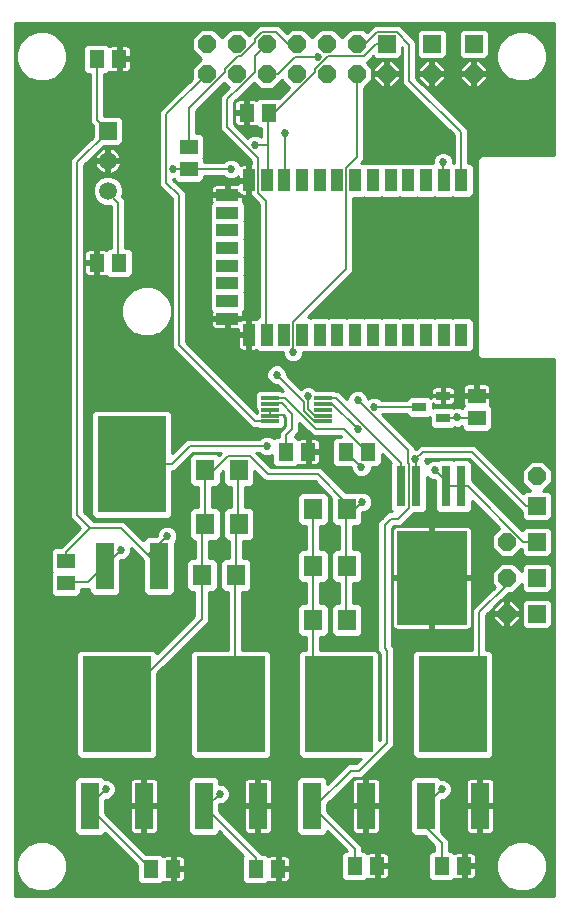
<source format=gtl>
G75*
%MOIN*%
%OFA0B0*%
%FSLAX24Y24*%
%IPPOS*%
%LPD*%
%AMOC8*
5,1,8,0,0,1.08239X$1,22.5*
%
%ADD10R,0.2362X0.3150*%
%ADD11R,0.0315X0.1378*%
%ADD12R,0.0591X0.0591*%
%ADD13C,0.0591*%
%ADD14R,0.0512X0.0591*%
%ADD15R,0.0591X0.0120*%
%ADD16R,0.2283X0.3228*%
%ADD17R,0.0630X0.1575*%
%ADD18R,0.0472X0.0315*%
%ADD19R,0.0591X0.0512*%
%ADD20R,0.0630X0.0710*%
%ADD21R,0.0394X0.0748*%
%ADD22R,0.0748X0.0394*%
%ADD23OC8,0.0591*%
%ADD24C,0.0060*%
%ADD25C,0.0270*%
%ADD26C,0.0100*%
D10*
X014581Y010950D03*
D11*
X015057Y014001D03*
X015557Y014001D03*
X014057Y014001D03*
X013557Y014001D03*
D12*
X018081Y013350D03*
X018081Y012150D03*
X018081Y010950D03*
X018081Y009750D03*
X015981Y028750D03*
X014581Y028750D03*
X013081Y028750D03*
X003781Y025850D03*
D13*
X003781Y024850D03*
X003781Y023850D03*
D14*
X004155Y021450D03*
X003407Y021450D03*
X003407Y028250D03*
X004155Y028250D03*
X008407Y026450D03*
X009155Y026450D03*
X009707Y015150D03*
X010455Y015150D03*
X011707Y015150D03*
X012455Y015150D03*
X012755Y001350D03*
X012007Y001350D03*
X009455Y001250D03*
X008707Y001250D03*
X005955Y001250D03*
X005207Y001250D03*
X014907Y001350D03*
X015655Y001350D03*
D15*
X010957Y016163D03*
X010957Y016359D03*
X010957Y016556D03*
X010957Y016753D03*
X010957Y016950D03*
X009185Y016950D03*
X009185Y016753D03*
X009185Y016556D03*
X009185Y016359D03*
X009185Y016163D03*
D16*
X004581Y014736D03*
X004081Y006736D03*
X007881Y006736D03*
X011481Y006736D03*
X015281Y006736D03*
D17*
X016186Y003350D03*
X014375Y003350D03*
X012386Y003350D03*
X010575Y003350D03*
X008786Y003350D03*
X006975Y003350D03*
X004986Y003350D03*
X003175Y003350D03*
X003675Y011350D03*
X005486Y011350D03*
D18*
X014167Y016650D03*
X014955Y016276D03*
X014955Y017024D03*
D19*
X016081Y017024D03*
X016081Y016276D03*
X006481Y024576D03*
X006481Y025324D03*
X002381Y011524D03*
X002381Y010776D03*
D20*
X006921Y011050D03*
X007021Y012750D03*
X008141Y012750D03*
X008041Y011050D03*
X008141Y014550D03*
X007021Y014550D03*
X010621Y013250D03*
X011741Y013250D03*
X011741Y011350D03*
X010621Y011350D03*
X010621Y009550D03*
X011741Y009550D03*
D21*
X012024Y019050D03*
X011433Y019050D03*
X010843Y019050D03*
X010252Y019050D03*
X009662Y019050D03*
X009071Y019050D03*
X008481Y019050D03*
X008481Y024207D03*
X009071Y024207D03*
X009662Y024207D03*
X010252Y024207D03*
X010843Y024207D03*
X011433Y024207D03*
X012024Y024207D03*
X012615Y024207D03*
X013205Y024207D03*
X013796Y024207D03*
X014386Y024207D03*
X014977Y024207D03*
X015567Y024207D03*
X015567Y019050D03*
X014977Y019050D03*
X014386Y019050D03*
X013796Y019050D03*
X013205Y019050D03*
X012615Y019050D03*
D22*
X007756Y019581D03*
X007756Y020172D03*
X007756Y020763D03*
X007756Y021353D03*
X007756Y021944D03*
X007756Y022534D03*
X007756Y023125D03*
X007756Y023715D03*
D23*
X008081Y027750D03*
X008081Y028750D03*
X009081Y028750D03*
X009081Y027750D03*
X010081Y027750D03*
X010081Y028750D03*
X011081Y028750D03*
X011081Y027750D03*
X012081Y027750D03*
X012081Y028750D03*
X013081Y027750D03*
X014581Y027750D03*
X015981Y027750D03*
X018081Y014350D03*
X017081Y012150D03*
X017081Y010950D03*
X017081Y009750D03*
X007081Y027750D03*
X007081Y028750D03*
D24*
X007081Y027750D02*
X005731Y026400D01*
X005731Y024125D01*
X006156Y023700D01*
X006156Y018700D01*
X008681Y016175D01*
X009181Y016175D01*
X009185Y016163D01*
X009185Y016359D02*
X009206Y016375D01*
X009581Y016375D01*
X009631Y016366D01*
X009931Y016425D02*
X009581Y016775D01*
X009206Y016775D01*
X009185Y016753D01*
X009185Y016556D02*
X009181Y016550D01*
X009181Y016375D01*
X009185Y016359D01*
X009185Y016950D02*
X009681Y016950D01*
X010731Y015900D01*
X011656Y015900D01*
X012406Y015150D01*
X012455Y015150D01*
X012231Y014650D02*
X011731Y015150D01*
X011707Y015150D01*
X012106Y015900D02*
X011256Y016750D01*
X010981Y016750D01*
X010957Y016753D01*
X010957Y016950D02*
X011381Y016950D01*
X013556Y014775D01*
X013556Y014025D01*
X013557Y014001D01*
X014056Y014025D02*
X014057Y014001D01*
X014056Y014025D02*
X014056Y014850D01*
X014006Y014900D01*
X014031Y014900D01*
X014281Y015150D01*
X015906Y015150D01*
X017706Y013350D01*
X018081Y013350D01*
X018081Y012150D02*
X017631Y012150D01*
X015781Y014000D01*
X015581Y014000D01*
X015557Y014001D01*
X015556Y014000D01*
X015081Y014000D01*
X015057Y014001D01*
X015056Y014025D01*
X015056Y014175D01*
X014681Y014550D01*
X013806Y014750D02*
X013806Y013275D01*
X013456Y012925D01*
X013231Y012925D01*
X013006Y012700D01*
X013006Y008600D01*
X013081Y008525D01*
X013081Y005450D01*
X012156Y004525D01*
X011881Y004525D01*
X010656Y003300D01*
X010575Y003350D01*
X010581Y003350D01*
X012006Y001925D01*
X012006Y001350D01*
X012007Y001350D01*
X014381Y002650D02*
X014381Y003350D01*
X014375Y003350D01*
X014381Y003375D01*
X014906Y003900D01*
X014381Y002650D02*
X014906Y002125D01*
X014906Y001350D01*
X014907Y001350D01*
X015281Y006736D02*
X015281Y006750D01*
X016156Y007625D01*
X016156Y009800D01*
X017081Y010725D01*
X017081Y010950D01*
X013806Y014750D02*
X013781Y014775D01*
X013781Y015200D01*
X012106Y016875D01*
X012656Y016650D02*
X014167Y016650D01*
X014955Y016276D02*
X014956Y016275D01*
X015406Y016275D01*
X015406Y016300D01*
X015406Y016275D02*
X016081Y016275D01*
X016081Y016276D01*
X012256Y013475D02*
X011756Y012975D01*
X011741Y013250D01*
X011731Y013275D01*
X011731Y013450D01*
X010781Y014400D01*
X009106Y014400D01*
X008506Y015000D01*
X007781Y015000D01*
X007056Y014275D01*
X007021Y014550D01*
X007031Y014550D01*
X007031Y012775D01*
X007021Y012750D01*
X007006Y012750D01*
X006931Y012675D01*
X006931Y011050D01*
X006921Y011050D01*
X006906Y011025D01*
X006906Y009575D01*
X004081Y006750D01*
X004081Y006736D01*
X003706Y003900D02*
X003181Y003375D01*
X003175Y003350D01*
X003181Y003350D01*
X003181Y003275D01*
X005206Y001250D01*
X005207Y001250D01*
X006975Y003350D02*
X007056Y003300D01*
X007506Y003750D01*
X006981Y003350D02*
X006975Y003350D01*
X006981Y003350D02*
X008706Y001625D01*
X008706Y001250D01*
X008707Y001250D01*
X007881Y006736D02*
X007881Y006750D01*
X008031Y006900D01*
X008031Y011025D01*
X008041Y011050D01*
X008056Y011050D01*
X008056Y012675D01*
X008131Y012750D01*
X008141Y012750D01*
X008131Y012775D01*
X008131Y014550D01*
X008141Y014550D01*
X009081Y015350D02*
X006506Y015350D01*
X005906Y014750D01*
X004581Y014750D01*
X004581Y014736D01*
X004231Y012600D02*
X005118Y011713D01*
X005756Y012350D01*
X005118Y011713D02*
X005481Y011350D01*
X005486Y011350D01*
X004206Y011875D02*
X003681Y011350D01*
X003675Y011350D01*
X003656Y011350D01*
X003106Y010800D01*
X002381Y010800D01*
X002381Y010776D01*
X002381Y011524D02*
X002381Y011800D01*
X003181Y012600D01*
X003181Y012625D01*
X002756Y013050D01*
X002756Y024800D01*
X003781Y025825D01*
X003781Y025850D01*
X003781Y025875D01*
X003431Y026225D01*
X003431Y028250D01*
X003407Y028250D01*
X003781Y023850D02*
X003781Y023800D01*
X004131Y023450D01*
X004131Y021450D01*
X004155Y021450D01*
X005956Y024575D02*
X006481Y024575D01*
X006481Y024576D01*
X006506Y024575D01*
X007881Y024575D01*
X008681Y025375D02*
X009131Y025375D01*
X009131Y026450D01*
X009155Y026450D01*
X009331Y026450D01*
X010681Y027800D01*
X010681Y027900D01*
X011131Y028350D01*
X012306Y028350D01*
X012706Y028750D01*
X013081Y028750D01*
X012756Y029150D02*
X013406Y029150D01*
X013831Y028725D01*
X013831Y027525D01*
X015556Y025800D01*
X015556Y024225D01*
X015567Y024207D01*
X014977Y024207D02*
X014956Y024225D01*
X014956Y024800D01*
X012356Y028750D02*
X012081Y028750D01*
X012356Y028750D02*
X012756Y029150D01*
X012081Y027750D02*
X012081Y024975D01*
X011731Y024625D01*
X011731Y021250D01*
X009956Y019475D01*
X009956Y018475D01*
X009406Y017725D02*
X010331Y016800D01*
X010331Y016500D01*
X010656Y016175D01*
X010956Y016175D01*
X010957Y016163D01*
X010957Y016359D02*
X010956Y016375D01*
X010656Y016375D01*
X010456Y016575D01*
X010456Y017000D01*
X009931Y016425D02*
X009931Y015900D01*
X009731Y015700D01*
X009731Y015150D01*
X009707Y015150D01*
X010621Y013250D02*
X010631Y013250D01*
X010631Y011375D01*
X010621Y011350D01*
X010631Y011350D01*
X010631Y009550D01*
X010621Y009550D01*
X010631Y009525D01*
X010631Y007600D01*
X011481Y006750D01*
X011481Y006736D01*
X011731Y009550D02*
X011741Y009550D01*
X011731Y009550D02*
X011731Y011350D01*
X011741Y011350D01*
X011731Y011375D01*
X011731Y013250D01*
X011741Y013250D01*
X009071Y019050D02*
X009056Y019050D01*
X009056Y023500D01*
X008781Y023775D01*
X008781Y024950D01*
X007756Y025975D01*
X007756Y026900D01*
X008206Y027350D01*
X008231Y027350D01*
X008681Y027800D01*
X008681Y028350D01*
X009081Y028750D01*
X008931Y029150D02*
X009381Y029150D01*
X009781Y028750D01*
X010081Y028750D01*
X010031Y028325D02*
X010781Y028325D01*
X010031Y028325D02*
X009456Y027750D01*
X009081Y027750D01*
X008231Y028350D02*
X008681Y028800D01*
X008681Y028900D01*
X008931Y029150D01*
X008231Y028350D02*
X008131Y028350D01*
X007681Y027900D01*
X007681Y027800D01*
X006481Y026600D01*
X006481Y025324D01*
X008391Y025950D02*
X008391Y026450D01*
X008407Y026450D01*
X009131Y025375D02*
X009131Y024275D01*
X009081Y024225D01*
X009071Y024207D01*
X009662Y024207D02*
X009681Y024225D01*
X009681Y025775D01*
X004231Y012600D02*
X003181Y012600D01*
D25*
X004206Y011875D03*
X005756Y012350D03*
X009081Y015350D03*
X010456Y017000D03*
X009956Y018475D03*
X009406Y017725D03*
X012106Y016875D03*
X012656Y016650D03*
X012106Y015900D03*
X012231Y014650D03*
X012256Y013475D03*
X014006Y014900D03*
X014681Y014550D03*
X015406Y016300D03*
X014956Y024800D03*
X010781Y028325D03*
X009681Y025775D03*
X008681Y025375D03*
X008391Y025950D03*
X007881Y024575D03*
X005956Y024575D03*
X003706Y003900D03*
X007506Y003750D03*
X014906Y003900D03*
D26*
X000688Y000357D02*
X000688Y029439D01*
X018643Y029439D01*
X018643Y025047D01*
X016205Y025047D01*
X016083Y024926D01*
X016083Y018354D01*
X016205Y018233D01*
X018643Y018233D01*
X018643Y000357D01*
X000688Y000357D01*
X000688Y000446D02*
X018643Y000446D01*
X018643Y000544D02*
X017850Y000544D01*
X017738Y000498D02*
X018046Y000625D01*
X018281Y000861D01*
X018409Y001168D01*
X018409Y001502D01*
X018281Y001809D01*
X018046Y002045D01*
X017738Y002172D01*
X017405Y002172D01*
X017097Y002045D01*
X016861Y001809D01*
X016734Y001502D01*
X016734Y001168D01*
X016861Y000861D01*
X017097Y000625D01*
X017405Y000498D01*
X017738Y000498D01*
X018063Y000643D02*
X018643Y000643D01*
X018643Y000741D02*
X018161Y000741D01*
X018260Y000840D02*
X018643Y000840D01*
X018643Y000938D02*
X018313Y000938D01*
X018354Y001037D02*
X018643Y001037D01*
X018643Y001135D02*
X018395Y001135D01*
X018409Y001234D02*
X018643Y001234D01*
X018643Y001332D02*
X018409Y001332D01*
X018409Y001431D02*
X018643Y001431D01*
X018643Y001529D02*
X018397Y001529D01*
X018357Y001628D02*
X018643Y001628D01*
X018643Y001726D02*
X018316Y001726D01*
X018266Y001825D02*
X018643Y001825D01*
X018643Y001923D02*
X018168Y001923D01*
X018069Y002022D02*
X018643Y002022D01*
X018643Y002120D02*
X017864Y002120D01*
X017278Y002120D02*
X015143Y002120D01*
X015143Y002022D02*
X017073Y002022D01*
X016975Y001923D02*
X015143Y001923D01*
X015143Y001853D02*
X015143Y002223D01*
X014894Y002473D01*
X014898Y002477D01*
X014898Y003556D01*
X014899Y003558D01*
X014974Y003558D01*
X015100Y003610D01*
X015196Y003706D01*
X015248Y003832D01*
X015248Y003968D01*
X015196Y004094D01*
X015100Y004190D01*
X014974Y004242D01*
X014878Y004242D01*
X014776Y004345D01*
X013974Y004345D01*
X013853Y004223D01*
X013853Y002477D01*
X013974Y002355D01*
X014340Y002355D01*
X014668Y002027D01*
X014668Y001853D01*
X014565Y001853D01*
X014443Y001731D01*
X014443Y000969D01*
X014565Y000847D01*
X015249Y000847D01*
X015325Y000924D01*
X015341Y000915D01*
X015379Y000905D01*
X015605Y000905D01*
X015605Y001300D01*
X015705Y001300D01*
X015705Y001400D01*
X016061Y001400D01*
X016061Y001665D01*
X016050Y001703D01*
X016031Y001737D01*
X016003Y001765D01*
X015969Y001785D01*
X015930Y001795D01*
X015705Y001795D01*
X015705Y001400D01*
X015605Y001400D01*
X015605Y001795D01*
X015379Y001795D01*
X015341Y001785D01*
X015325Y001776D01*
X015249Y001853D01*
X015143Y001853D01*
X015277Y001825D02*
X016876Y001825D01*
X016827Y001726D02*
X016037Y001726D01*
X016061Y001628D02*
X016786Y001628D01*
X016745Y001529D02*
X016061Y001529D01*
X016061Y001431D02*
X016734Y001431D01*
X016734Y001332D02*
X015705Y001332D01*
X015705Y001300D02*
X016061Y001300D01*
X016061Y001035D01*
X016050Y000997D01*
X016031Y000963D01*
X016003Y000935D01*
X015969Y000915D01*
X015930Y000905D01*
X015705Y000905D01*
X015705Y001300D01*
X015705Y001234D02*
X015605Y001234D01*
X015605Y001135D02*
X015705Y001135D01*
X015705Y001037D02*
X015605Y001037D01*
X015605Y000938D02*
X015705Y000938D01*
X015705Y001431D02*
X015605Y001431D01*
X015605Y001529D02*
X015705Y001529D01*
X015705Y001628D02*
X015605Y001628D01*
X015605Y001726D02*
X015705Y001726D01*
X016061Y001234D02*
X016734Y001234D01*
X016748Y001135D02*
X016061Y001135D01*
X016061Y001037D02*
X016789Y001037D01*
X016829Y000938D02*
X016006Y000938D01*
X016883Y000840D02*
X009808Y000840D01*
X009803Y000835D02*
X009831Y000863D01*
X009850Y000897D01*
X009861Y000935D01*
X009861Y001200D01*
X009505Y001200D01*
X009505Y001300D01*
X009861Y001300D01*
X009861Y001565D01*
X009850Y001603D01*
X009831Y001637D01*
X009803Y001665D01*
X009769Y001685D01*
X009730Y001695D01*
X009505Y001695D01*
X009505Y001300D01*
X009405Y001300D01*
X009405Y001695D01*
X009179Y001695D01*
X009141Y001685D01*
X009125Y001676D01*
X009049Y001753D01*
X008914Y001753D01*
X007498Y003169D01*
X007498Y003406D01*
X007499Y003408D01*
X007574Y003408D01*
X007700Y003460D01*
X007796Y003556D01*
X007848Y003682D01*
X007848Y003818D01*
X007796Y003944D01*
X007700Y004040D01*
X007574Y004092D01*
X007498Y004092D01*
X007498Y004223D01*
X007376Y004345D01*
X006574Y004345D01*
X006453Y004223D01*
X006453Y002477D01*
X006574Y002355D01*
X007376Y002355D01*
X007498Y002477D01*
X007498Y002497D01*
X008303Y001691D01*
X008243Y001631D01*
X008243Y000869D01*
X008365Y000747D01*
X009049Y000747D01*
X009125Y000824D01*
X009141Y000815D01*
X009179Y000805D01*
X009405Y000805D01*
X009405Y001200D01*
X009505Y001200D01*
X009505Y000805D01*
X009730Y000805D01*
X009769Y000815D01*
X009803Y000835D01*
X009861Y000938D02*
X011574Y000938D01*
X011543Y000969D02*
X011665Y000847D01*
X012349Y000847D01*
X012425Y000924D01*
X012441Y000915D01*
X012479Y000905D01*
X012705Y000905D01*
X012705Y001300D01*
X012805Y001300D01*
X012805Y001400D01*
X013161Y001400D01*
X013161Y001665D01*
X013150Y001703D01*
X013131Y001737D01*
X013103Y001765D01*
X013069Y001785D01*
X013030Y001795D01*
X012805Y001795D01*
X012805Y001400D01*
X012705Y001400D01*
X012705Y001795D01*
X012479Y001795D01*
X012441Y001785D01*
X012425Y001776D01*
X012349Y001853D01*
X012243Y001853D01*
X012243Y002023D01*
X011098Y003169D01*
X011098Y003406D01*
X011979Y004288D01*
X012254Y004288D01*
X012393Y004427D01*
X013318Y005352D01*
X013318Y008623D01*
X013243Y008698D01*
X013243Y012602D01*
X013329Y012688D01*
X013554Y012688D01*
X013693Y012827D01*
X013971Y013105D01*
X014301Y013105D01*
X014422Y013226D01*
X014422Y014324D01*
X014487Y014260D01*
X014613Y014208D01*
X014687Y014208D01*
X014692Y014203D01*
X014692Y013226D01*
X014814Y013105D01*
X015301Y013105D01*
X015307Y013111D01*
X015314Y013105D01*
X015801Y013105D01*
X015922Y013226D01*
X015922Y013523D01*
X016832Y012613D01*
X016578Y012358D01*
X016578Y011942D01*
X016872Y011647D01*
X017289Y011647D01*
X017554Y011913D01*
X017578Y011913D01*
X017578Y011769D01*
X017699Y011647D01*
X018462Y011647D01*
X018583Y011769D01*
X018583Y012531D01*
X018462Y012653D01*
X017699Y012653D01*
X017582Y012535D01*
X016018Y014098D01*
X015922Y014195D01*
X015922Y014776D01*
X015801Y014898D01*
X015314Y014898D01*
X015307Y014891D01*
X015301Y014898D01*
X014814Y014898D01*
X014791Y014875D01*
X014749Y014892D01*
X014613Y014892D01*
X014487Y014840D01*
X014422Y014776D01*
X014348Y014850D01*
X014348Y014882D01*
X014379Y014913D01*
X015807Y014913D01*
X017578Y013142D01*
X017578Y012969D01*
X017699Y012847D01*
X018462Y012847D01*
X018583Y012969D01*
X018583Y013731D01*
X018462Y013853D01*
X018294Y013853D01*
X018583Y014142D01*
X018583Y014558D01*
X018289Y014853D01*
X017872Y014853D01*
X017578Y014558D01*
X017578Y014142D01*
X017867Y013853D01*
X017699Y013853D01*
X017619Y013772D01*
X016143Y015248D01*
X016004Y015387D01*
X014182Y015387D01*
X014037Y015242D01*
X014018Y015242D01*
X014018Y015298D01*
X013879Y015437D01*
X012904Y016413D01*
X013724Y016413D01*
X013724Y016407D01*
X013845Y016285D01*
X014489Y016285D01*
X014511Y016307D01*
X014511Y016033D01*
X014633Y015911D01*
X015277Y015911D01*
X015328Y015962D01*
X015338Y015958D01*
X015474Y015958D01*
X015578Y016001D01*
X015578Y015934D01*
X015699Y015813D01*
X016462Y015813D01*
X016583Y015934D01*
X016583Y016618D01*
X016507Y016695D01*
X016516Y016710D01*
X016526Y016748D01*
X016526Y016974D01*
X016131Y016974D01*
X016131Y017074D01*
X016526Y017074D01*
X016526Y017300D01*
X016516Y017338D01*
X016496Y017372D01*
X016468Y017400D01*
X016434Y017420D01*
X016396Y017430D01*
X016131Y017430D01*
X016131Y017074D01*
X016031Y017074D01*
X016031Y017430D01*
X015766Y017430D01*
X015728Y017420D01*
X015693Y017400D01*
X015665Y017372D01*
X015646Y017338D01*
X015635Y017300D01*
X015635Y017074D01*
X016031Y017074D01*
X016031Y016974D01*
X015635Y016974D01*
X015635Y016748D01*
X015646Y016710D01*
X015655Y016695D01*
X015578Y016618D01*
X015578Y016599D01*
X015474Y016642D01*
X015338Y016642D01*
X015294Y016624D01*
X015277Y016641D01*
X014633Y016641D01*
X014611Y016619D01*
X014611Y016762D01*
X014626Y016747D01*
X014661Y016727D01*
X014699Y016717D01*
X014926Y016717D01*
X014926Y016995D01*
X014983Y016995D01*
X014983Y016717D01*
X015211Y016717D01*
X015249Y016727D01*
X015283Y016747D01*
X015311Y016774D01*
X015331Y016809D01*
X015341Y016847D01*
X015341Y016995D01*
X014983Y016995D01*
X014983Y017053D01*
X014926Y017053D01*
X014926Y017331D01*
X014699Y017331D01*
X014661Y017321D01*
X014626Y017302D01*
X014598Y017274D01*
X014579Y017239D01*
X014569Y017201D01*
X014569Y017053D01*
X014926Y017053D01*
X014926Y016995D01*
X014569Y016995D01*
X014569Y016936D01*
X014489Y017015D01*
X013845Y017015D01*
X013724Y016893D01*
X013724Y016887D01*
X012903Y016887D01*
X012850Y016940D01*
X012724Y016992D01*
X012588Y016992D01*
X012462Y016940D01*
X012448Y016927D01*
X012448Y016943D01*
X012396Y017069D01*
X012300Y017165D01*
X012174Y017217D01*
X012038Y017217D01*
X011912Y017165D01*
X011815Y017069D01*
X011763Y016943D01*
X011763Y016903D01*
X011479Y017187D01*
X011368Y017187D01*
X011338Y017218D01*
X010723Y017218D01*
X010650Y017290D01*
X010524Y017342D01*
X010388Y017342D01*
X010262Y017290D01*
X010219Y017248D01*
X009748Y017718D01*
X009748Y017793D01*
X009696Y017919D01*
X009600Y018015D01*
X009474Y018067D01*
X009338Y018067D01*
X009212Y018015D01*
X009115Y017919D01*
X009063Y017793D01*
X009063Y017657D01*
X009115Y017531D01*
X009212Y017435D01*
X009338Y017383D01*
X009412Y017383D01*
X009607Y017187D01*
X009597Y017187D01*
X009567Y017218D01*
X008804Y017218D01*
X008683Y017096D01*
X008683Y016607D01*
X008740Y016550D01*
X008740Y016477D01*
X008745Y016458D01*
X008743Y016449D01*
X006393Y018798D01*
X006393Y023798D01*
X005968Y024223D01*
X005968Y024233D01*
X005980Y024233D01*
X006099Y024113D01*
X006862Y024113D01*
X006983Y024234D01*
X006983Y024338D01*
X007634Y024338D01*
X007687Y024285D01*
X007813Y024233D01*
X007949Y024233D01*
X008075Y024285D01*
X008134Y024344D01*
X008134Y024256D01*
X008432Y024256D01*
X008432Y024159D01*
X008134Y024159D01*
X008134Y024062D01*
X007805Y024062D01*
X007805Y023764D01*
X008151Y023764D01*
X008164Y023741D01*
X008192Y023713D01*
X008226Y023694D01*
X008264Y023683D01*
X008432Y023683D01*
X008432Y024159D01*
X008529Y024159D01*
X008529Y023683D01*
X008543Y023683D01*
X008543Y023677D01*
X008682Y023538D01*
X008818Y023402D01*
X008818Y019631D01*
X008788Y019631D01*
X008724Y019567D01*
X008697Y019574D01*
X008529Y019574D01*
X008529Y019098D01*
X008432Y019098D01*
X008432Y019002D01*
X008134Y019002D01*
X008134Y018656D01*
X008144Y018618D01*
X008164Y018584D01*
X008192Y018556D01*
X008226Y018536D01*
X008264Y018526D01*
X008432Y018526D01*
X008432Y019002D01*
X008529Y019002D01*
X008529Y018526D01*
X008697Y018526D01*
X008724Y018533D01*
X008788Y018469D01*
X009354Y018469D01*
X009367Y018481D01*
X009379Y018469D01*
X009613Y018469D01*
X009613Y018407D01*
X009665Y018281D01*
X009762Y018185D01*
X009888Y018133D01*
X010024Y018133D01*
X010150Y018185D01*
X010246Y018281D01*
X010298Y018407D01*
X010298Y018469D01*
X010535Y018469D01*
X010548Y018481D01*
X010560Y018469D01*
X011126Y018469D01*
X011138Y018481D01*
X011151Y018469D01*
X011716Y018469D01*
X011729Y018481D01*
X011741Y018469D01*
X012307Y018469D01*
X012319Y018481D01*
X012332Y018469D01*
X012897Y018469D01*
X012910Y018481D01*
X012922Y018469D01*
X013488Y018469D01*
X013500Y018481D01*
X013513Y018469D01*
X014078Y018469D01*
X014091Y018481D01*
X014103Y018469D01*
X014669Y018469D01*
X014681Y018481D01*
X014694Y018469D01*
X015260Y018469D01*
X015272Y018481D01*
X015285Y018469D01*
X015850Y018469D01*
X015972Y018590D01*
X015972Y019510D01*
X015850Y019631D01*
X015285Y019631D01*
X015272Y019619D01*
X015260Y019631D01*
X014694Y019631D01*
X014681Y019619D01*
X014669Y019631D01*
X014103Y019631D01*
X014091Y019619D01*
X014078Y019631D01*
X013513Y019631D01*
X013500Y019619D01*
X013488Y019631D01*
X012922Y019631D01*
X012910Y019619D01*
X012897Y019631D01*
X012332Y019631D01*
X012319Y019619D01*
X012307Y019631D01*
X011741Y019631D01*
X011729Y019619D01*
X011716Y019631D01*
X011151Y019631D01*
X011138Y019619D01*
X011126Y019631D01*
X010560Y019631D01*
X010548Y019619D01*
X010535Y019631D01*
X010448Y019631D01*
X011968Y021152D01*
X011968Y023626D01*
X012307Y023626D01*
X012319Y023638D01*
X012332Y023626D01*
X012897Y023626D01*
X012910Y023638D01*
X012922Y023626D01*
X013488Y023626D01*
X013500Y023638D01*
X013513Y023626D01*
X014078Y023626D01*
X014091Y023638D01*
X014103Y023626D01*
X014669Y023626D01*
X014681Y023638D01*
X014694Y023626D01*
X015260Y023626D01*
X015272Y023638D01*
X015285Y023626D01*
X015850Y023626D01*
X015972Y023748D01*
X015972Y024667D01*
X015850Y024789D01*
X015793Y024789D01*
X015793Y025898D01*
X014068Y027623D01*
X014068Y028823D01*
X013643Y029248D01*
X013504Y029387D01*
X012657Y029387D01*
X012406Y029136D01*
X012289Y029253D01*
X011872Y029253D01*
X011581Y028961D01*
X011289Y029253D01*
X010872Y029253D01*
X010581Y028961D01*
X010289Y029253D01*
X009872Y029253D01*
X009743Y029123D01*
X009479Y029387D01*
X008832Y029387D01*
X008693Y029248D01*
X008493Y029048D01*
X008289Y029253D01*
X007872Y029253D01*
X007581Y028961D01*
X007289Y029253D01*
X006872Y029253D01*
X006578Y028958D01*
X006578Y028542D01*
X006870Y028250D01*
X006578Y027958D01*
X006578Y027583D01*
X005493Y026498D01*
X005493Y024027D01*
X005632Y023888D01*
X005918Y023602D01*
X005918Y018602D01*
X006057Y018463D01*
X008582Y015938D01*
X008762Y015938D01*
X008804Y015895D01*
X009567Y015895D01*
X009688Y016017D01*
X009688Y016309D01*
X009631Y016366D01*
X009631Y016389D01*
X009693Y016327D01*
X009693Y015998D01*
X009632Y015937D01*
X009493Y015798D01*
X009493Y015653D01*
X009365Y015653D01*
X009314Y015601D01*
X009275Y015640D01*
X009149Y015692D01*
X009013Y015692D01*
X008887Y015640D01*
X008834Y015587D01*
X006407Y015587D01*
X006268Y015448D01*
X005930Y015110D01*
X005930Y016436D01*
X005808Y016557D01*
X003353Y016557D01*
X003231Y016436D01*
X003231Y013036D01*
X003353Y012914D01*
X005808Y012914D01*
X005930Y013036D01*
X005930Y014513D01*
X006004Y014513D01*
X006604Y015113D01*
X007557Y015113D01*
X007490Y015045D01*
X007422Y015112D01*
X006620Y015112D01*
X006498Y014991D01*
X006498Y014109D01*
X006620Y013988D01*
X006793Y013988D01*
X006793Y013312D01*
X006620Y013312D01*
X006498Y013191D01*
X006498Y012309D01*
X006620Y012188D01*
X006693Y012188D01*
X006693Y011612D01*
X006520Y011612D01*
X006398Y011491D01*
X006398Y010609D01*
X006520Y010488D01*
X006668Y010488D01*
X006668Y009673D01*
X005430Y008435D01*
X005430Y008436D01*
X005308Y008557D01*
X002853Y008557D01*
X002731Y008436D01*
X002731Y005036D01*
X002853Y004914D01*
X005308Y004914D01*
X005430Y005036D01*
X005430Y007763D01*
X007143Y009477D01*
X007143Y010488D01*
X007322Y010488D01*
X007443Y010609D01*
X007443Y011491D01*
X007322Y011612D01*
X007168Y011612D01*
X007168Y012188D01*
X007422Y012188D01*
X007543Y012309D01*
X007543Y013191D01*
X007422Y013312D01*
X007268Y013312D01*
X007268Y013988D01*
X007422Y013988D01*
X007543Y014109D01*
X007543Y014427D01*
X007618Y014502D01*
X007618Y014109D01*
X007740Y013988D01*
X007893Y013988D01*
X007893Y013312D01*
X007740Y013312D01*
X007618Y013191D01*
X007618Y012309D01*
X007740Y012188D01*
X007818Y012188D01*
X007818Y011612D01*
X007640Y011612D01*
X007518Y011491D01*
X007518Y010609D01*
X007640Y010488D01*
X007793Y010488D01*
X007793Y008557D01*
X006653Y008557D01*
X006531Y008436D01*
X006531Y005036D01*
X006653Y004914D01*
X009108Y004914D01*
X009230Y005036D01*
X009230Y008436D01*
X009108Y008557D01*
X008268Y008557D01*
X008268Y010488D01*
X008441Y010488D01*
X008563Y010609D01*
X008563Y011491D01*
X008441Y011612D01*
X008293Y011612D01*
X008293Y012188D01*
X008541Y012188D01*
X008663Y012309D01*
X008663Y013191D01*
X008541Y013312D01*
X008368Y013312D01*
X008368Y013988D01*
X008541Y013988D01*
X008663Y014109D01*
X008663Y014507D01*
X009007Y014163D01*
X010682Y014163D01*
X011218Y013627D01*
X011218Y012809D01*
X011340Y012688D01*
X011493Y012688D01*
X011493Y011912D01*
X011340Y011912D01*
X011218Y011791D01*
X011218Y010909D01*
X011340Y010788D01*
X011493Y010788D01*
X011493Y010112D01*
X011340Y010112D01*
X011218Y009991D01*
X011218Y009109D01*
X011340Y008988D01*
X012141Y008988D01*
X012263Y009109D01*
X012263Y009991D01*
X012141Y010112D01*
X011968Y010112D01*
X011968Y010788D01*
X012141Y010788D01*
X012263Y010909D01*
X012263Y011791D01*
X012141Y011912D01*
X011968Y011912D01*
X011968Y012688D01*
X012141Y012688D01*
X012263Y012809D01*
X012263Y013133D01*
X012324Y013133D01*
X012450Y013185D01*
X012546Y013281D01*
X012598Y013407D01*
X012598Y013543D01*
X012546Y013669D01*
X012450Y013765D01*
X012324Y013817D01*
X012188Y013817D01*
X012151Y013802D01*
X012141Y013812D01*
X011704Y013812D01*
X011018Y014498D01*
X010879Y014637D01*
X009204Y014637D01*
X008743Y015098D01*
X008729Y015113D01*
X008834Y015113D01*
X008887Y015060D01*
X009013Y015008D01*
X009149Y015008D01*
X009243Y015047D01*
X009243Y014769D01*
X009365Y014647D01*
X010049Y014647D01*
X010125Y014724D01*
X010141Y014715D01*
X010179Y014705D01*
X010405Y014705D01*
X010405Y015100D01*
X010505Y015100D01*
X010505Y015200D01*
X010861Y015200D01*
X010861Y015465D01*
X010850Y015503D01*
X010831Y015537D01*
X010803Y015565D01*
X010769Y015585D01*
X010730Y015595D01*
X010505Y015595D01*
X010505Y015200D01*
X010405Y015200D01*
X010405Y015595D01*
X010179Y015595D01*
X010141Y015585D01*
X010125Y015576D01*
X010049Y015653D01*
X010019Y015653D01*
X010029Y015663D01*
X010168Y015802D01*
X010168Y016127D01*
X010493Y015802D01*
X010632Y015663D01*
X011557Y015663D01*
X011567Y015653D01*
X011365Y015653D01*
X011243Y015531D01*
X011243Y014769D01*
X011365Y014647D01*
X011888Y014647D01*
X011888Y014582D01*
X011940Y014456D01*
X012037Y014360D01*
X012163Y014308D01*
X012299Y014308D01*
X012425Y014360D01*
X012521Y014456D01*
X012573Y014582D01*
X012573Y014647D01*
X012797Y014647D01*
X012918Y014769D01*
X012918Y015077D01*
X013205Y014789D01*
X013192Y014776D01*
X013192Y013226D01*
X013256Y013162D01*
X013132Y013162D01*
X012907Y012937D01*
X012768Y012798D01*
X012768Y008502D01*
X012843Y008427D01*
X012843Y005548D01*
X012830Y005535D01*
X012830Y008436D01*
X012708Y008557D01*
X010868Y008557D01*
X010868Y008988D01*
X011022Y008988D01*
X011143Y009109D01*
X011143Y009991D01*
X011022Y010112D01*
X010868Y010112D01*
X010868Y010788D01*
X011022Y010788D01*
X011339Y010788D01*
X011241Y010887D02*
X011121Y010887D01*
X011143Y010909D02*
X011143Y011791D01*
X011022Y011912D01*
X010868Y011912D01*
X010868Y012688D01*
X011022Y012688D01*
X011143Y012809D01*
X011143Y013691D01*
X011022Y013812D01*
X010220Y013812D01*
X010098Y013691D01*
X010098Y012809D01*
X010220Y012688D01*
X010393Y012688D01*
X010393Y011912D01*
X010220Y011912D01*
X010098Y011791D01*
X010098Y010909D01*
X010220Y010788D01*
X010393Y010788D01*
X010393Y010112D01*
X010220Y010112D01*
X010098Y009991D01*
X010098Y009109D01*
X010220Y008988D01*
X010393Y008988D01*
X010393Y008557D01*
X010253Y008557D01*
X010131Y008436D01*
X010131Y005036D01*
X010253Y004914D01*
X012209Y004914D01*
X012057Y004762D01*
X011782Y004762D01*
X011098Y004078D01*
X011098Y004223D01*
X010976Y004345D01*
X010174Y004345D01*
X010053Y004223D01*
X010053Y002477D01*
X010174Y002355D01*
X010976Y002355D01*
X011098Y002477D01*
X011098Y002497D01*
X011742Y001853D01*
X011665Y001853D01*
X011543Y001731D01*
X011543Y000969D01*
X011543Y001037D02*
X009861Y001037D01*
X009861Y001135D02*
X011543Y001135D01*
X011543Y001234D02*
X009505Y001234D01*
X009505Y001332D02*
X009405Y001332D01*
X009405Y001431D02*
X009505Y001431D01*
X009505Y001529D02*
X009405Y001529D01*
X009405Y001628D02*
X009505Y001628D01*
X009836Y001628D02*
X011543Y001628D01*
X011543Y001726D02*
X009075Y001726D01*
X008842Y001825D02*
X011637Y001825D01*
X011672Y001923D02*
X008744Y001923D01*
X008645Y002022D02*
X011573Y002022D01*
X011475Y002120D02*
X008547Y002120D01*
X008448Y002219D02*
X011376Y002219D01*
X011278Y002317D02*
X008350Y002317D01*
X008413Y002423D02*
X008452Y002413D01*
X008736Y002413D01*
X008736Y003300D01*
X008321Y003300D01*
X008321Y002543D01*
X008331Y002505D01*
X008351Y002470D01*
X008379Y002443D01*
X008413Y002423D01*
X008441Y002416D02*
X008251Y002416D01*
X008329Y002514D02*
X008153Y002514D01*
X008054Y002613D02*
X008321Y002613D01*
X008321Y002711D02*
X007956Y002711D01*
X007857Y002810D02*
X008321Y002810D01*
X008321Y002908D02*
X007759Y002908D01*
X007660Y003007D02*
X008321Y003007D01*
X008321Y003105D02*
X007562Y003105D01*
X007498Y003204D02*
X008321Y003204D01*
X008321Y003400D02*
X008321Y004157D01*
X008331Y004195D01*
X008351Y004230D01*
X008379Y004257D01*
X008413Y004277D01*
X008452Y004287D01*
X008736Y004287D01*
X008836Y004287D01*
X008836Y003400D01*
X008736Y003400D01*
X008736Y003300D01*
X008836Y003300D01*
X008836Y002413D01*
X009121Y002413D01*
X009159Y002423D01*
X009193Y002443D01*
X009221Y002470D01*
X009241Y002505D01*
X009251Y002543D01*
X009251Y003300D01*
X008836Y003300D01*
X008836Y003400D01*
X009251Y003400D01*
X009251Y004157D01*
X009241Y004195D01*
X009221Y004230D01*
X009193Y004257D01*
X009159Y004277D01*
X009121Y004287D01*
X008836Y004287D01*
X008836Y004189D02*
X008736Y004189D01*
X008736Y004287D02*
X008736Y003400D01*
X008321Y003400D01*
X008321Y003401D02*
X007498Y003401D01*
X007498Y003302D02*
X008736Y003302D01*
X008736Y003204D02*
X008836Y003204D01*
X008836Y003302D02*
X010053Y003302D01*
X010053Y003204D02*
X009251Y003204D01*
X009251Y003105D02*
X010053Y003105D01*
X010053Y003007D02*
X009251Y003007D01*
X009251Y002908D02*
X010053Y002908D01*
X010053Y002810D02*
X009251Y002810D01*
X009251Y002711D02*
X010053Y002711D01*
X010053Y002613D02*
X009251Y002613D01*
X009243Y002514D02*
X010053Y002514D01*
X010114Y002416D02*
X009132Y002416D01*
X008836Y002416D02*
X008736Y002416D01*
X008736Y002514D02*
X008836Y002514D01*
X008836Y002613D02*
X008736Y002613D01*
X008736Y002711D02*
X008836Y002711D01*
X008836Y002810D02*
X008736Y002810D01*
X008736Y002908D02*
X008836Y002908D01*
X008836Y003007D02*
X008736Y003007D01*
X008736Y003105D02*
X008836Y003105D01*
X008836Y003401D02*
X008736Y003401D01*
X008736Y003499D02*
X008836Y003499D01*
X008836Y003598D02*
X008736Y003598D01*
X008736Y003696D02*
X008836Y003696D01*
X008836Y003795D02*
X008736Y003795D01*
X008736Y003893D02*
X008836Y003893D01*
X008836Y003992D02*
X008736Y003992D01*
X008736Y004090D02*
X008836Y004090D01*
X009122Y004287D02*
X010116Y004287D01*
X010053Y004189D02*
X009243Y004189D01*
X009251Y004090D02*
X010053Y004090D01*
X010053Y003992D02*
X009251Y003992D01*
X009251Y003893D02*
X010053Y003893D01*
X010053Y003795D02*
X009251Y003795D01*
X009251Y003696D02*
X010053Y003696D01*
X010053Y003598D02*
X009251Y003598D01*
X009251Y003499D02*
X010053Y003499D01*
X010053Y003401D02*
X009251Y003401D01*
X008450Y004287D02*
X007434Y004287D01*
X007498Y004189D02*
X008330Y004189D01*
X008321Y004090D02*
X007580Y004090D01*
X007749Y003992D02*
X008321Y003992D01*
X008321Y003893D02*
X007817Y003893D01*
X007848Y003795D02*
X008321Y003795D01*
X008321Y003696D02*
X007848Y003696D01*
X007813Y003598D02*
X008321Y003598D01*
X008321Y003499D02*
X007739Y003499D01*
X007579Y002416D02*
X007436Y002416D01*
X007678Y002317D02*
X004475Y002317D01*
X004573Y002219D02*
X007776Y002219D01*
X007875Y002120D02*
X004672Y002120D01*
X004770Y002022D02*
X007973Y002022D01*
X008072Y001923D02*
X004869Y001923D01*
X004967Y001825D02*
X008170Y001825D01*
X008269Y001726D02*
X005575Y001726D01*
X005549Y001753D02*
X005039Y001753D01*
X003698Y003094D01*
X003698Y003556D01*
X003699Y003558D01*
X003774Y003558D01*
X003900Y003610D01*
X003996Y003706D01*
X004048Y003832D01*
X004048Y003968D01*
X003996Y004094D01*
X003900Y004190D01*
X003774Y004242D01*
X003679Y004242D01*
X003576Y004345D01*
X002774Y004345D01*
X002653Y004223D01*
X002653Y002477D01*
X002774Y002355D01*
X003576Y002355D01*
X003670Y002449D01*
X004743Y001377D01*
X004743Y000869D01*
X004865Y000747D01*
X005549Y000747D01*
X005625Y000824D01*
X005641Y000815D01*
X005679Y000805D01*
X005905Y000805D01*
X005905Y001200D01*
X006005Y001200D01*
X006005Y001300D01*
X006361Y001300D01*
X006361Y001565D01*
X006350Y001603D01*
X006331Y001637D01*
X006303Y001665D01*
X006269Y001685D01*
X006230Y001695D01*
X006005Y001695D01*
X006005Y001300D01*
X005905Y001300D01*
X005905Y001695D01*
X005679Y001695D01*
X005641Y001685D01*
X005625Y001676D01*
X005549Y001753D01*
X005905Y001628D02*
X006005Y001628D01*
X006005Y001529D02*
X005905Y001529D01*
X005905Y001431D02*
X006005Y001431D01*
X006005Y001332D02*
X005905Y001332D01*
X006005Y001234D02*
X008243Y001234D01*
X008243Y001332D02*
X006361Y001332D01*
X006361Y001431D02*
X008243Y001431D01*
X008243Y001529D02*
X006361Y001529D01*
X006336Y001628D02*
X008243Y001628D01*
X008243Y001135D02*
X006361Y001135D01*
X006361Y001200D02*
X006361Y000935D01*
X006350Y000897D01*
X006331Y000863D01*
X006303Y000835D01*
X006269Y000815D01*
X006230Y000805D01*
X006005Y000805D01*
X006005Y001200D01*
X006361Y001200D01*
X006361Y001037D02*
X008243Y001037D01*
X008243Y000938D02*
X006361Y000938D01*
X006308Y000840D02*
X008273Y000840D01*
X009405Y000840D02*
X009505Y000840D01*
X009505Y000938D02*
X009405Y000938D01*
X009405Y001037D02*
X009505Y001037D01*
X009505Y001135D02*
X009405Y001135D01*
X009861Y001332D02*
X011543Y001332D01*
X011543Y001431D02*
X009861Y001431D01*
X009861Y001529D02*
X011543Y001529D01*
X011950Y002317D02*
X014378Y002317D01*
X014476Y002219D02*
X012048Y002219D01*
X012147Y002120D02*
X014575Y002120D01*
X014668Y002022D02*
X012243Y002022D01*
X012243Y001923D02*
X014668Y001923D01*
X014537Y001825D02*
X012377Y001825D01*
X012705Y001726D02*
X012805Y001726D01*
X012805Y001628D02*
X012705Y001628D01*
X012705Y001529D02*
X012805Y001529D01*
X012805Y001431D02*
X012705Y001431D01*
X012805Y001332D02*
X014443Y001332D01*
X014443Y001234D02*
X013161Y001234D01*
X013161Y001300D02*
X012805Y001300D01*
X012805Y000905D01*
X013030Y000905D01*
X013069Y000915D01*
X013103Y000935D01*
X013131Y000963D01*
X013150Y000997D01*
X013161Y001035D01*
X013161Y001300D01*
X013161Y001431D02*
X014443Y001431D01*
X014443Y001529D02*
X013161Y001529D01*
X013161Y001628D02*
X014443Y001628D01*
X014443Y001726D02*
X013137Y001726D01*
X013161Y001135D02*
X014443Y001135D01*
X014443Y001037D02*
X013161Y001037D01*
X013106Y000938D02*
X014474Y000938D01*
X015143Y002219D02*
X018643Y002219D01*
X018643Y002317D02*
X015050Y002317D01*
X014951Y002416D02*
X015841Y002416D01*
X015852Y002413D02*
X016136Y002413D01*
X016136Y003300D01*
X015721Y003300D01*
X015721Y002543D01*
X015731Y002505D01*
X015751Y002470D01*
X015779Y002443D01*
X015813Y002423D01*
X015852Y002413D01*
X015729Y002514D02*
X014898Y002514D01*
X014898Y002613D02*
X015721Y002613D01*
X015721Y002711D02*
X014898Y002711D01*
X014898Y002810D02*
X015721Y002810D01*
X015721Y002908D02*
X014898Y002908D01*
X014898Y003007D02*
X015721Y003007D01*
X015721Y003105D02*
X014898Y003105D01*
X014898Y003204D02*
X015721Y003204D01*
X015721Y003400D02*
X015721Y004157D01*
X015731Y004195D01*
X015751Y004230D01*
X015779Y004257D01*
X015813Y004277D01*
X015852Y004287D01*
X016136Y004287D01*
X016236Y004287D01*
X016236Y003400D01*
X016136Y003400D01*
X016136Y003300D01*
X016236Y003300D01*
X016236Y002413D01*
X016521Y002413D01*
X016559Y002423D01*
X016593Y002443D01*
X016621Y002470D01*
X016641Y002505D01*
X016651Y002543D01*
X016651Y003300D01*
X016236Y003300D01*
X016236Y003400D01*
X016651Y003400D01*
X016651Y004157D01*
X016641Y004195D01*
X016621Y004230D01*
X016593Y004257D01*
X016559Y004277D01*
X016521Y004287D01*
X016236Y004287D01*
X016236Y004189D02*
X016136Y004189D01*
X016136Y004287D02*
X016136Y003400D01*
X015721Y003400D01*
X015721Y003401D02*
X014898Y003401D01*
X014898Y003499D02*
X015721Y003499D01*
X015721Y003598D02*
X015070Y003598D01*
X015186Y003696D02*
X015721Y003696D01*
X015721Y003795D02*
X015233Y003795D01*
X015248Y003893D02*
X015721Y003893D01*
X015721Y003992D02*
X015239Y003992D01*
X015198Y004090D02*
X015721Y004090D01*
X015730Y004189D02*
X015102Y004189D01*
X014834Y004287D02*
X015850Y004287D01*
X016136Y004090D02*
X016236Y004090D01*
X016236Y003992D02*
X016136Y003992D01*
X016136Y003893D02*
X016236Y003893D01*
X016236Y003795D02*
X016136Y003795D01*
X016136Y003696D02*
X016236Y003696D01*
X016236Y003598D02*
X016136Y003598D01*
X016136Y003499D02*
X016236Y003499D01*
X016236Y003401D02*
X016136Y003401D01*
X016136Y003302D02*
X014898Y003302D01*
X013914Y002416D02*
X012732Y002416D01*
X012721Y002413D02*
X012759Y002423D01*
X012793Y002443D01*
X012821Y002470D01*
X012841Y002505D01*
X012851Y002543D01*
X012851Y003300D01*
X012436Y003300D01*
X012436Y002413D01*
X012721Y002413D01*
X012843Y002514D02*
X013853Y002514D01*
X013853Y002613D02*
X012851Y002613D01*
X012851Y002711D02*
X013853Y002711D01*
X013853Y002810D02*
X012851Y002810D01*
X012851Y002908D02*
X013853Y002908D01*
X013853Y003007D02*
X012851Y003007D01*
X012851Y003105D02*
X013853Y003105D01*
X013853Y003204D02*
X012851Y003204D01*
X012851Y003400D02*
X012851Y004157D01*
X012841Y004195D01*
X012821Y004230D01*
X012793Y004257D01*
X012759Y004277D01*
X012721Y004287D01*
X012436Y004287D01*
X012336Y004287D01*
X012052Y004287D01*
X012013Y004277D01*
X011979Y004257D01*
X011951Y004230D01*
X011931Y004195D01*
X011921Y004157D01*
X011921Y003400D01*
X012336Y003400D01*
X012336Y003300D01*
X011921Y003300D01*
X011921Y002543D01*
X011931Y002505D01*
X011951Y002470D01*
X011979Y002443D01*
X012013Y002423D01*
X012052Y002413D01*
X012336Y002413D01*
X012336Y003300D01*
X012436Y003300D01*
X012436Y003400D01*
X012336Y003400D01*
X012336Y004287D01*
X012336Y004189D02*
X012436Y004189D01*
X012436Y004287D02*
X012436Y003400D01*
X012851Y003400D01*
X012851Y003401D02*
X013853Y003401D01*
X013853Y003499D02*
X012851Y003499D01*
X012851Y003598D02*
X013853Y003598D01*
X013853Y003696D02*
X012851Y003696D01*
X012851Y003795D02*
X013853Y003795D01*
X013853Y003893D02*
X012851Y003893D01*
X012851Y003992D02*
X013853Y003992D01*
X013853Y004090D02*
X012851Y004090D01*
X012843Y004189D02*
X013853Y004189D01*
X013916Y004287D02*
X012722Y004287D01*
X012451Y004484D02*
X018643Y004484D01*
X018643Y004386D02*
X012352Y004386D01*
X012549Y004583D02*
X018643Y004583D01*
X018643Y004681D02*
X012648Y004681D01*
X012746Y004780D02*
X018643Y004780D01*
X018643Y004878D02*
X012845Y004878D01*
X012943Y004977D02*
X013991Y004977D01*
X013931Y005036D02*
X014053Y004914D01*
X016508Y004914D01*
X016630Y005036D01*
X016630Y008436D01*
X016508Y008557D01*
X016393Y008557D01*
X016393Y009702D01*
X017139Y010447D01*
X017289Y010447D01*
X017578Y010736D01*
X017578Y010569D01*
X017699Y010447D01*
X018462Y010447D01*
X018583Y010569D01*
X018583Y011331D01*
X018462Y011453D01*
X017699Y011453D01*
X017578Y011331D01*
X017578Y011164D01*
X017289Y011453D01*
X016872Y011453D01*
X016578Y011158D01*
X016578Y010742D01*
X016670Y010650D01*
X016057Y010037D01*
X015918Y009898D01*
X015918Y008557D01*
X014053Y008557D01*
X013931Y008436D01*
X013931Y005036D01*
X013931Y005075D02*
X013042Y005075D01*
X013140Y005174D02*
X013931Y005174D01*
X013931Y005272D02*
X013239Y005272D01*
X013318Y005371D02*
X013931Y005371D01*
X013931Y005469D02*
X013318Y005469D01*
X013318Y005568D02*
X013931Y005568D01*
X013931Y005666D02*
X013318Y005666D01*
X013318Y005765D02*
X013931Y005765D01*
X013931Y005863D02*
X013318Y005863D01*
X013318Y005962D02*
X013931Y005962D01*
X013931Y006060D02*
X013318Y006060D01*
X013318Y006159D02*
X013931Y006159D01*
X013931Y006257D02*
X013318Y006257D01*
X013318Y006356D02*
X013931Y006356D01*
X013931Y006454D02*
X013318Y006454D01*
X013318Y006553D02*
X013931Y006553D01*
X013931Y006651D02*
X013318Y006651D01*
X013318Y006750D02*
X013931Y006750D01*
X013931Y006848D02*
X013318Y006848D01*
X013318Y006947D02*
X013931Y006947D01*
X013931Y007045D02*
X013318Y007045D01*
X013318Y007144D02*
X013931Y007144D01*
X013931Y007242D02*
X013318Y007242D01*
X013318Y007341D02*
X013931Y007341D01*
X013931Y007439D02*
X013318Y007439D01*
X013318Y007538D02*
X013931Y007538D01*
X013931Y007636D02*
X013318Y007636D01*
X013318Y007735D02*
X013931Y007735D01*
X013931Y007833D02*
X013318Y007833D01*
X013318Y007932D02*
X013931Y007932D01*
X013931Y008030D02*
X013318Y008030D01*
X013318Y008129D02*
X013931Y008129D01*
X013931Y008227D02*
X013318Y008227D01*
X013318Y008326D02*
X013931Y008326D01*
X013931Y008424D02*
X013318Y008424D01*
X013318Y008523D02*
X014018Y008523D01*
X013318Y008621D02*
X015918Y008621D01*
X015918Y008720D02*
X013243Y008720D01*
X013243Y008818D02*
X015918Y008818D01*
X015918Y008917D02*
X013243Y008917D01*
X013243Y009015D02*
X015918Y009015D01*
X015918Y009114D02*
X013243Y009114D01*
X013243Y009212D02*
X015918Y009212D01*
X015854Y009255D02*
X015820Y009235D01*
X015782Y009225D01*
X014631Y009225D01*
X014631Y010900D01*
X014631Y011000D01*
X015912Y011000D01*
X015912Y012545D01*
X015902Y012583D01*
X015882Y012617D01*
X015854Y012645D01*
X015820Y012665D01*
X015782Y012675D01*
X014631Y012675D01*
X014631Y011000D01*
X014531Y011000D01*
X014531Y012675D01*
X013380Y012675D01*
X013342Y012665D01*
X013308Y012645D01*
X013280Y012617D01*
X013260Y012583D01*
X013250Y012545D01*
X013250Y011000D01*
X014531Y011000D01*
X014531Y010900D01*
X014631Y010900D01*
X015912Y010900D01*
X015912Y009355D01*
X015902Y009317D01*
X015882Y009283D01*
X015854Y009255D01*
X015898Y009311D02*
X015918Y009311D01*
X015912Y009409D02*
X015918Y009409D01*
X015912Y009508D02*
X015918Y009508D01*
X015912Y009606D02*
X015918Y009606D01*
X015912Y009705D02*
X015918Y009705D01*
X015912Y009803D02*
X015918Y009803D01*
X015912Y009902D02*
X015921Y009902D01*
X015912Y010000D02*
X016020Y010000D01*
X016118Y010099D02*
X015912Y010099D01*
X015912Y010197D02*
X016217Y010197D01*
X016315Y010296D02*
X015912Y010296D01*
X015912Y010394D02*
X016414Y010394D01*
X016512Y010493D02*
X015912Y010493D01*
X015912Y010591D02*
X016611Y010591D01*
X016630Y010690D02*
X015912Y010690D01*
X015912Y010788D02*
X016578Y010788D01*
X016578Y010887D02*
X015912Y010887D01*
X015912Y011084D02*
X016578Y011084D01*
X016578Y010985D02*
X014631Y010985D01*
X014631Y010887D02*
X014531Y010887D01*
X014531Y010900D02*
X014531Y009225D01*
X013380Y009225D01*
X013342Y009235D01*
X013308Y009255D01*
X013280Y009283D01*
X013260Y009317D01*
X013250Y009355D01*
X013250Y010900D01*
X014531Y010900D01*
X014531Y010985D02*
X013243Y010985D01*
X013243Y010887D02*
X013250Y010887D01*
X013243Y010788D02*
X013250Y010788D01*
X013243Y010690D02*
X013250Y010690D01*
X013243Y010591D02*
X013250Y010591D01*
X013243Y010493D02*
X013250Y010493D01*
X013243Y010394D02*
X013250Y010394D01*
X013243Y010296D02*
X013250Y010296D01*
X013243Y010197D02*
X013250Y010197D01*
X013243Y010099D02*
X013250Y010099D01*
X013243Y010000D02*
X013250Y010000D01*
X013243Y009902D02*
X013250Y009902D01*
X013243Y009803D02*
X013250Y009803D01*
X013243Y009705D02*
X013250Y009705D01*
X013243Y009606D02*
X013250Y009606D01*
X013243Y009508D02*
X013250Y009508D01*
X013243Y009409D02*
X013250Y009409D01*
X013243Y009311D02*
X013264Y009311D01*
X012768Y009311D02*
X012263Y009311D01*
X012263Y009409D02*
X012768Y009409D01*
X012768Y009508D02*
X012263Y009508D01*
X012263Y009606D02*
X012768Y009606D01*
X012768Y009705D02*
X012263Y009705D01*
X012263Y009803D02*
X012768Y009803D01*
X012768Y009902D02*
X012263Y009902D01*
X012254Y010000D02*
X012768Y010000D01*
X012768Y010099D02*
X012155Y010099D01*
X011968Y010197D02*
X012768Y010197D01*
X012768Y010296D02*
X011968Y010296D01*
X011968Y010394D02*
X012768Y010394D01*
X012768Y010493D02*
X011968Y010493D01*
X011968Y010591D02*
X012768Y010591D01*
X012768Y010690D02*
X011968Y010690D01*
X012142Y010788D02*
X012768Y010788D01*
X012768Y010887D02*
X012240Y010887D01*
X012263Y010985D02*
X012768Y010985D01*
X012768Y011084D02*
X012263Y011084D01*
X012263Y011182D02*
X012768Y011182D01*
X012768Y011281D02*
X012263Y011281D01*
X012263Y011379D02*
X012768Y011379D01*
X012768Y011478D02*
X012263Y011478D01*
X012263Y011576D02*
X012768Y011576D01*
X012768Y011675D02*
X012263Y011675D01*
X012263Y011773D02*
X012768Y011773D01*
X012768Y011872D02*
X012182Y011872D01*
X011968Y011970D02*
X012768Y011970D01*
X012768Y012069D02*
X011968Y012069D01*
X011968Y012167D02*
X012768Y012167D01*
X012768Y012266D02*
X011968Y012266D01*
X011968Y012364D02*
X012768Y012364D01*
X012768Y012463D02*
X011968Y012463D01*
X011968Y012561D02*
X012768Y012561D01*
X012768Y012660D02*
X011968Y012660D01*
X012212Y012758D02*
X012768Y012758D01*
X012826Y012857D02*
X012263Y012857D01*
X012263Y012955D02*
X012925Y012955D01*
X013023Y013054D02*
X012263Y013054D01*
X012371Y013152D02*
X013122Y013152D01*
X013192Y013251D02*
X012516Y013251D01*
X012574Y013349D02*
X013192Y013349D01*
X013192Y013448D02*
X012598Y013448D01*
X012597Y013546D02*
X013192Y013546D01*
X013192Y013645D02*
X012556Y013645D01*
X012472Y013743D02*
X013192Y013743D01*
X013192Y013842D02*
X011675Y013842D01*
X011577Y013940D02*
X013192Y013940D01*
X013192Y014039D02*
X011478Y014039D01*
X011380Y014137D02*
X013192Y014137D01*
X013192Y014236D02*
X011281Y014236D01*
X011183Y014334D02*
X012099Y014334D01*
X011964Y014433D02*
X011084Y014433D01*
X010986Y014531D02*
X011909Y014531D01*
X011888Y014630D02*
X010887Y014630D01*
X010803Y014735D02*
X010831Y014763D01*
X010850Y014797D01*
X010861Y014835D01*
X010861Y015100D01*
X010505Y015100D01*
X010505Y014705D01*
X010730Y014705D01*
X010769Y014715D01*
X010803Y014735D01*
X010791Y014728D02*
X011284Y014728D01*
X011243Y014827D02*
X010858Y014827D01*
X010861Y014925D02*
X011243Y014925D01*
X011243Y015024D02*
X010861Y015024D01*
X010861Y015221D02*
X011243Y015221D01*
X011243Y015319D02*
X010861Y015319D01*
X010861Y015418D02*
X011243Y015418D01*
X011243Y015516D02*
X010843Y015516D01*
X010582Y015713D02*
X010080Y015713D01*
X010029Y015663D02*
X010029Y015663D01*
X010087Y015615D02*
X011327Y015615D01*
X011243Y015122D02*
X010505Y015122D01*
X010505Y015024D02*
X010405Y015024D01*
X010405Y014925D02*
X010505Y014925D01*
X010505Y014827D02*
X010405Y014827D01*
X010405Y014728D02*
X010505Y014728D01*
X010505Y015221D02*
X010405Y015221D01*
X010405Y015319D02*
X010505Y015319D01*
X010505Y015418D02*
X010405Y015418D01*
X010405Y015516D02*
X010505Y015516D01*
X010483Y015812D02*
X010168Y015812D01*
X010168Y015910D02*
X010385Y015910D01*
X010286Y016009D02*
X010168Y016009D01*
X010168Y016107D02*
X010188Y016107D01*
X009693Y016107D02*
X009688Y016107D01*
X009688Y016206D02*
X009693Y016206D01*
X009688Y016304D02*
X009693Y016304D01*
X009680Y016009D02*
X009693Y016009D01*
X009632Y015937D02*
X009632Y015937D01*
X009605Y015910D02*
X009582Y015910D01*
X009506Y015812D02*
X005930Y015812D01*
X005930Y015910D02*
X008789Y015910D01*
X008861Y015615D02*
X005930Y015615D01*
X005930Y015713D02*
X009493Y015713D01*
X009327Y015615D02*
X009301Y015615D01*
X009243Y015024D02*
X009188Y015024D01*
X009243Y014925D02*
X008917Y014925D01*
X008974Y015024D02*
X008818Y015024D01*
X009015Y014827D02*
X009243Y014827D01*
X009284Y014728D02*
X009114Y014728D01*
X008836Y014334D02*
X008663Y014334D01*
X008663Y014236D02*
X008934Y014236D01*
X008737Y014433D02*
X008663Y014433D01*
X008663Y014137D02*
X010708Y014137D01*
X010806Y014039D02*
X008592Y014039D01*
X008368Y013940D02*
X010905Y013940D01*
X011003Y013842D02*
X008368Y013842D01*
X008368Y013743D02*
X010151Y013743D01*
X010098Y013645D02*
X008368Y013645D01*
X008368Y013546D02*
X010098Y013546D01*
X010098Y013448D02*
X008368Y013448D01*
X008368Y013349D02*
X010098Y013349D01*
X010098Y013251D02*
X008603Y013251D01*
X008663Y013152D02*
X010098Y013152D01*
X010098Y013054D02*
X008663Y013054D01*
X008663Y012955D02*
X010098Y012955D01*
X010098Y012857D02*
X008663Y012857D01*
X008663Y012758D02*
X010150Y012758D01*
X010393Y012660D02*
X008663Y012660D01*
X008663Y012561D02*
X010393Y012561D01*
X010393Y012463D02*
X008663Y012463D01*
X008663Y012364D02*
X010393Y012364D01*
X010393Y012266D02*
X008619Y012266D01*
X008293Y012167D02*
X010393Y012167D01*
X010393Y012069D02*
X008293Y012069D01*
X008293Y011970D02*
X010393Y011970D01*
X010179Y011872D02*
X008293Y011872D01*
X008293Y011773D02*
X010098Y011773D01*
X010098Y011675D02*
X008293Y011675D01*
X008478Y011576D02*
X010098Y011576D01*
X010098Y011478D02*
X008563Y011478D01*
X008563Y011379D02*
X010098Y011379D01*
X010098Y011281D02*
X008563Y011281D01*
X008563Y011182D02*
X010098Y011182D01*
X010098Y011084D02*
X008563Y011084D01*
X008563Y010985D02*
X010098Y010985D01*
X010121Y010887D02*
X008563Y010887D01*
X008563Y010788D02*
X010220Y010788D01*
X010393Y010690D02*
X008563Y010690D01*
X008545Y010591D02*
X010393Y010591D01*
X010393Y010493D02*
X008446Y010493D01*
X008268Y010394D02*
X010393Y010394D01*
X010393Y010296D02*
X008268Y010296D01*
X008268Y010197D02*
X010393Y010197D01*
X010206Y010099D02*
X008268Y010099D01*
X008268Y010000D02*
X010108Y010000D01*
X010098Y009902D02*
X008268Y009902D01*
X008268Y009803D02*
X010098Y009803D01*
X010098Y009705D02*
X008268Y009705D01*
X008268Y009606D02*
X010098Y009606D01*
X010098Y009508D02*
X008268Y009508D01*
X008268Y009409D02*
X010098Y009409D01*
X010098Y009311D02*
X008268Y009311D01*
X008268Y009212D02*
X010098Y009212D01*
X010098Y009114D02*
X008268Y009114D01*
X008268Y009015D02*
X010193Y009015D01*
X010393Y008917D02*
X008268Y008917D01*
X008268Y008818D02*
X010393Y008818D01*
X010393Y008720D02*
X008268Y008720D01*
X008268Y008621D02*
X010393Y008621D01*
X010218Y008523D02*
X009143Y008523D01*
X009230Y008424D02*
X010131Y008424D01*
X010131Y008326D02*
X009230Y008326D01*
X009230Y008227D02*
X010131Y008227D01*
X010131Y008129D02*
X009230Y008129D01*
X009230Y008030D02*
X010131Y008030D01*
X010131Y007932D02*
X009230Y007932D01*
X009230Y007833D02*
X010131Y007833D01*
X010131Y007735D02*
X009230Y007735D01*
X009230Y007636D02*
X010131Y007636D01*
X010131Y007538D02*
X009230Y007538D01*
X009230Y007439D02*
X010131Y007439D01*
X010131Y007341D02*
X009230Y007341D01*
X009230Y007242D02*
X010131Y007242D01*
X010131Y007144D02*
X009230Y007144D01*
X009230Y007045D02*
X010131Y007045D01*
X010131Y006947D02*
X009230Y006947D01*
X009230Y006848D02*
X010131Y006848D01*
X010131Y006750D02*
X009230Y006750D01*
X009230Y006651D02*
X010131Y006651D01*
X010131Y006553D02*
X009230Y006553D01*
X009230Y006454D02*
X010131Y006454D01*
X010131Y006356D02*
X009230Y006356D01*
X009230Y006257D02*
X010131Y006257D01*
X010131Y006159D02*
X009230Y006159D01*
X009230Y006060D02*
X010131Y006060D01*
X010131Y005962D02*
X009230Y005962D01*
X009230Y005863D02*
X010131Y005863D01*
X010131Y005765D02*
X009230Y005765D01*
X009230Y005666D02*
X010131Y005666D01*
X010131Y005568D02*
X009230Y005568D01*
X009230Y005469D02*
X010131Y005469D01*
X010131Y005371D02*
X009230Y005371D01*
X009230Y005272D02*
X010131Y005272D01*
X010131Y005174D02*
X009230Y005174D01*
X009230Y005075D02*
X010131Y005075D01*
X010191Y004977D02*
X009171Y004977D01*
X011034Y004287D02*
X011307Y004287D01*
X011405Y004386D02*
X000688Y004386D01*
X000688Y004484D02*
X011504Y004484D01*
X011602Y004583D02*
X000688Y004583D01*
X000688Y004681D02*
X011701Y004681D01*
X011880Y004189D02*
X011930Y004189D01*
X011921Y004090D02*
X011782Y004090D01*
X011683Y003992D02*
X011921Y003992D01*
X011921Y003893D02*
X011585Y003893D01*
X011486Y003795D02*
X011921Y003795D01*
X011921Y003696D02*
X011388Y003696D01*
X011289Y003598D02*
X011921Y003598D01*
X011921Y003499D02*
X011191Y003499D01*
X011098Y003401D02*
X011921Y003401D01*
X011921Y003204D02*
X011098Y003204D01*
X011098Y003302D02*
X012336Y003302D01*
X012336Y003204D02*
X012436Y003204D01*
X012436Y003302D02*
X013853Y003302D01*
X012436Y003401D02*
X012336Y003401D01*
X012336Y003499D02*
X012436Y003499D01*
X012436Y003598D02*
X012336Y003598D01*
X012336Y003696D02*
X012436Y003696D01*
X012436Y003795D02*
X012336Y003795D01*
X012336Y003893D02*
X012436Y003893D01*
X012436Y003992D02*
X012336Y003992D01*
X012336Y004090D02*
X012436Y004090D01*
X012050Y004287D02*
X011979Y004287D01*
X012074Y004780D02*
X000688Y004780D01*
X000688Y004878D02*
X012173Y004878D01*
X012830Y005568D02*
X012843Y005568D01*
X012830Y005666D02*
X012843Y005666D01*
X012830Y005765D02*
X012843Y005765D01*
X012830Y005863D02*
X012843Y005863D01*
X012830Y005962D02*
X012843Y005962D01*
X012830Y006060D02*
X012843Y006060D01*
X012830Y006159D02*
X012843Y006159D01*
X012830Y006257D02*
X012843Y006257D01*
X012830Y006356D02*
X012843Y006356D01*
X012830Y006454D02*
X012843Y006454D01*
X012830Y006553D02*
X012843Y006553D01*
X012830Y006651D02*
X012843Y006651D01*
X012830Y006750D02*
X012843Y006750D01*
X012830Y006848D02*
X012843Y006848D01*
X012830Y006947D02*
X012843Y006947D01*
X012830Y007045D02*
X012843Y007045D01*
X012830Y007144D02*
X012843Y007144D01*
X012830Y007242D02*
X012843Y007242D01*
X012830Y007341D02*
X012843Y007341D01*
X012830Y007439D02*
X012843Y007439D01*
X012830Y007538D02*
X012843Y007538D01*
X012830Y007636D02*
X012843Y007636D01*
X012830Y007735D02*
X012843Y007735D01*
X012830Y007833D02*
X012843Y007833D01*
X012830Y007932D02*
X012843Y007932D01*
X012830Y008030D02*
X012843Y008030D01*
X012830Y008129D02*
X012843Y008129D01*
X012830Y008227D02*
X012843Y008227D01*
X012830Y008326D02*
X012843Y008326D01*
X012830Y008424D02*
X012843Y008424D01*
X012768Y008523D02*
X012743Y008523D01*
X012768Y008621D02*
X010868Y008621D01*
X010868Y008720D02*
X012768Y008720D01*
X012768Y008818D02*
X010868Y008818D01*
X010868Y008917D02*
X012768Y008917D01*
X012768Y009015D02*
X012169Y009015D01*
X012263Y009114D02*
X012768Y009114D01*
X012768Y009212D02*
X012263Y009212D01*
X011493Y010197D02*
X010868Y010197D01*
X010868Y010296D02*
X011493Y010296D01*
X011493Y010394D02*
X010868Y010394D01*
X010868Y010493D02*
X011493Y010493D01*
X011493Y010591D02*
X010868Y010591D01*
X010868Y010690D02*
X011493Y010690D01*
X011218Y010985D02*
X011143Y010985D01*
X011143Y010909D02*
X011022Y010788D01*
X011143Y011084D02*
X011218Y011084D01*
X011218Y011182D02*
X011143Y011182D01*
X011143Y011281D02*
X011218Y011281D01*
X011218Y011379D02*
X011143Y011379D01*
X011143Y011478D02*
X011218Y011478D01*
X011218Y011576D02*
X011143Y011576D01*
X011143Y011675D02*
X011218Y011675D01*
X011218Y011773D02*
X011143Y011773D01*
X011063Y011872D02*
X011299Y011872D01*
X011493Y011970D02*
X010868Y011970D01*
X010868Y012069D02*
X011493Y012069D01*
X011493Y012167D02*
X010868Y012167D01*
X010868Y012266D02*
X011493Y012266D01*
X011493Y012364D02*
X010868Y012364D01*
X010868Y012463D02*
X011493Y012463D01*
X011493Y012561D02*
X010868Y012561D01*
X010868Y012660D02*
X011493Y012660D01*
X011269Y012758D02*
X011092Y012758D01*
X011143Y012857D02*
X011218Y012857D01*
X011218Y012955D02*
X011143Y012955D01*
X011143Y013054D02*
X011218Y013054D01*
X011218Y013152D02*
X011143Y013152D01*
X011143Y013251D02*
X011218Y013251D01*
X011218Y013349D02*
X011143Y013349D01*
X011143Y013448D02*
X011218Y013448D01*
X011218Y013546D02*
X011143Y013546D01*
X011143Y013645D02*
X011200Y013645D01*
X011102Y013743D02*
X011091Y013743D01*
X012363Y014334D02*
X013192Y014334D01*
X013192Y014433D02*
X012498Y014433D01*
X012552Y014531D02*
X013192Y014531D01*
X013192Y014630D02*
X012573Y014630D01*
X012877Y014728D02*
X013192Y014728D01*
X013168Y014827D02*
X012918Y014827D01*
X012918Y014925D02*
X013070Y014925D01*
X012971Y015024D02*
X012918Y015024D01*
X013407Y015910D02*
X015602Y015910D01*
X015577Y016600D02*
X015578Y016600D01*
X015653Y016698D02*
X014611Y016698D01*
X014569Y016994D02*
X014511Y016994D01*
X014569Y017092D02*
X012373Y017092D01*
X012427Y016994D02*
X013824Y016994D01*
X013725Y016895D02*
X012895Y016895D01*
X012914Y016403D02*
X013728Y016403D01*
X013826Y016304D02*
X013013Y016304D01*
X013111Y016206D02*
X014511Y016206D01*
X014508Y016304D02*
X014511Y016304D01*
X014511Y016107D02*
X013210Y016107D01*
X013308Y016009D02*
X014535Y016009D01*
X014114Y015319D02*
X013998Y015319D01*
X013899Y015418D02*
X018643Y015418D01*
X018643Y015516D02*
X013801Y015516D01*
X013702Y015615D02*
X018643Y015615D01*
X018643Y015713D02*
X013604Y015713D01*
X013505Y015812D02*
X018643Y015812D01*
X018643Y015910D02*
X016559Y015910D01*
X016583Y016009D02*
X018643Y016009D01*
X018643Y016107D02*
X016583Y016107D01*
X016583Y016206D02*
X018643Y016206D01*
X018643Y016304D02*
X016583Y016304D01*
X016583Y016403D02*
X018643Y016403D01*
X018643Y016501D02*
X016583Y016501D01*
X016583Y016600D02*
X018643Y016600D01*
X018643Y016698D02*
X016509Y016698D01*
X016526Y016797D02*
X018643Y016797D01*
X018643Y016895D02*
X016526Y016895D01*
X016526Y017092D02*
X018643Y017092D01*
X018643Y016994D02*
X016131Y016994D01*
X016131Y017092D02*
X016031Y017092D01*
X016031Y016994D02*
X015341Y016994D01*
X015341Y017053D02*
X015341Y017201D01*
X015331Y017239D01*
X015311Y017274D01*
X015283Y017302D01*
X015249Y017321D01*
X015211Y017331D01*
X014983Y017331D01*
X014983Y017053D01*
X015341Y017053D01*
X015341Y017092D02*
X015635Y017092D01*
X015635Y017191D02*
X015341Y017191D01*
X015296Y017289D02*
X015635Y017289D01*
X015681Y017388D02*
X010079Y017388D01*
X009981Y017486D02*
X018643Y017486D01*
X018643Y017388D02*
X016480Y017388D01*
X016526Y017289D02*
X018643Y017289D01*
X018643Y017191D02*
X016526Y017191D01*
X016131Y017191D02*
X016031Y017191D01*
X016031Y017289D02*
X016131Y017289D01*
X016131Y017388D02*
X016031Y017388D01*
X015635Y016895D02*
X015341Y016895D01*
X015324Y016797D02*
X015635Y016797D01*
X014983Y016797D02*
X014926Y016797D01*
X014926Y016895D02*
X014983Y016895D01*
X014983Y016994D02*
X014926Y016994D01*
X014926Y017092D02*
X014983Y017092D01*
X014983Y017191D02*
X014926Y017191D01*
X014926Y017289D02*
X014983Y017289D01*
X014614Y017289D02*
X010651Y017289D01*
X010260Y017289D02*
X010178Y017289D01*
X009882Y017585D02*
X018643Y017585D01*
X018643Y017683D02*
X009784Y017683D01*
X009748Y017782D02*
X018643Y017782D01*
X018643Y017880D02*
X009712Y017880D01*
X009637Y017979D02*
X018643Y017979D01*
X018643Y018077D02*
X007115Y018077D01*
X007213Y017979D02*
X009175Y017979D01*
X009099Y017880D02*
X007312Y017880D01*
X007410Y017782D02*
X009063Y017782D01*
X009063Y017683D02*
X007509Y017683D01*
X007607Y017585D02*
X009093Y017585D01*
X009160Y017486D02*
X007706Y017486D01*
X007804Y017388D02*
X009325Y017388D01*
X009506Y017289D02*
X007903Y017289D01*
X008001Y017191D02*
X008777Y017191D01*
X008683Y017092D02*
X008100Y017092D01*
X008198Y016994D02*
X008683Y016994D01*
X008683Y016895D02*
X008297Y016895D01*
X008395Y016797D02*
X008683Y016797D01*
X008683Y016698D02*
X008494Y016698D01*
X008592Y016600D02*
X008690Y016600D01*
X008691Y016501D02*
X008740Y016501D01*
X008413Y016107D02*
X005930Y016107D01*
X005930Y016009D02*
X008511Y016009D01*
X008314Y016206D02*
X005930Y016206D01*
X005930Y016304D02*
X008216Y016304D01*
X008117Y016403D02*
X005930Y016403D01*
X005865Y016501D02*
X008019Y016501D01*
X007920Y016600D02*
X002993Y016600D01*
X002993Y016698D02*
X007822Y016698D01*
X007723Y016797D02*
X002993Y016797D01*
X002993Y016895D02*
X007625Y016895D01*
X007526Y016994D02*
X002993Y016994D01*
X002993Y017092D02*
X007428Y017092D01*
X007329Y017191D02*
X002993Y017191D01*
X002993Y017289D02*
X007231Y017289D01*
X007132Y017388D02*
X002993Y017388D01*
X002993Y017486D02*
X007034Y017486D01*
X006935Y017585D02*
X002993Y017585D01*
X002993Y017683D02*
X006837Y017683D01*
X006738Y017782D02*
X002993Y017782D01*
X002993Y017880D02*
X006640Y017880D01*
X006541Y017979D02*
X002993Y017979D01*
X002993Y018077D02*
X006443Y018077D01*
X006344Y018176D02*
X002993Y018176D01*
X002993Y018274D02*
X006246Y018274D01*
X006147Y018373D02*
X002993Y018373D01*
X002993Y018471D02*
X006049Y018471D01*
X005950Y018570D02*
X002993Y018570D01*
X002993Y018668D02*
X005918Y018668D01*
X005918Y018767D02*
X002993Y018767D01*
X002993Y018865D02*
X005918Y018865D01*
X005918Y018964D02*
X002993Y018964D01*
X002993Y019062D02*
X004749Y019062D01*
X004597Y019125D02*
X004905Y018998D01*
X005238Y018998D01*
X005546Y019125D01*
X005781Y019361D01*
X005909Y019668D01*
X005909Y020002D01*
X005781Y020309D01*
X005546Y020545D01*
X005238Y020672D01*
X004905Y020672D01*
X004597Y020545D01*
X004361Y020309D01*
X004234Y020002D01*
X004234Y019668D01*
X004361Y019361D01*
X004597Y019125D01*
X004561Y019161D02*
X002993Y019161D01*
X002993Y019259D02*
X004463Y019259D01*
X004364Y019358D02*
X002993Y019358D01*
X002993Y019456D02*
X004322Y019456D01*
X004281Y019555D02*
X002993Y019555D01*
X002993Y019653D02*
X004240Y019653D01*
X004234Y019752D02*
X002993Y019752D01*
X002993Y019850D02*
X004234Y019850D01*
X004234Y019949D02*
X002993Y019949D01*
X002993Y020047D02*
X004253Y020047D01*
X004293Y020146D02*
X002993Y020146D01*
X002993Y020244D02*
X004334Y020244D01*
X004395Y020343D02*
X002993Y020343D01*
X002993Y020441D02*
X004493Y020441D01*
X004592Y020540D02*
X002993Y020540D01*
X002993Y020638D02*
X004822Y020638D01*
X004497Y020947D02*
X004618Y021069D01*
X004618Y021831D01*
X004497Y021953D01*
X004368Y021953D01*
X004368Y023548D01*
X004249Y023667D01*
X004283Y023750D01*
X004283Y023950D01*
X004207Y024135D01*
X004065Y024276D01*
X003881Y024353D01*
X003681Y024353D01*
X003496Y024276D01*
X003354Y024135D01*
X003278Y023950D01*
X003278Y023750D01*
X003354Y023565D01*
X003496Y023424D01*
X003681Y023347D01*
X003881Y023347D01*
X003893Y023352D01*
X003893Y023352D01*
X003893Y021953D01*
X003813Y021953D01*
X003736Y021876D01*
X003720Y021885D01*
X003682Y021895D01*
X003457Y021895D01*
X003457Y021500D01*
X003357Y021500D01*
X003357Y021895D01*
X003131Y021895D01*
X003093Y021885D01*
X003059Y021865D01*
X003031Y021837D01*
X003011Y021803D01*
X003001Y021765D01*
X003001Y021500D01*
X003357Y021500D01*
X003357Y021400D01*
X003457Y021400D01*
X003457Y021005D01*
X003682Y021005D01*
X003720Y021015D01*
X003736Y021024D01*
X003813Y020947D01*
X004497Y020947D01*
X004581Y021032D02*
X005918Y021032D01*
X005918Y020934D02*
X002993Y020934D01*
X002993Y021032D02*
X003063Y021032D01*
X003059Y021035D02*
X003093Y021015D01*
X003131Y021005D01*
X003357Y021005D01*
X003357Y021400D01*
X003001Y021400D01*
X003001Y021135D01*
X003011Y021097D01*
X003031Y021063D01*
X003059Y021035D01*
X003002Y021131D02*
X002993Y021131D01*
X002993Y021229D02*
X003001Y021229D01*
X002993Y021328D02*
X003001Y021328D01*
X002993Y021426D02*
X003357Y021426D01*
X003357Y021328D02*
X003457Y021328D01*
X003457Y021229D02*
X003357Y021229D01*
X003357Y021131D02*
X003457Y021131D01*
X003457Y021032D02*
X003357Y021032D01*
X002993Y020835D02*
X005918Y020835D01*
X005918Y020737D02*
X002993Y020737D01*
X002518Y020737D02*
X000688Y020737D01*
X000688Y020835D02*
X002518Y020835D01*
X002518Y020934D02*
X000688Y020934D01*
X000688Y021032D02*
X002518Y021032D01*
X002518Y021131D02*
X000688Y021131D01*
X000688Y021229D02*
X002518Y021229D01*
X002518Y021328D02*
X000688Y021328D01*
X000688Y021426D02*
X002518Y021426D01*
X002518Y021525D02*
X000688Y021525D01*
X000688Y021623D02*
X002518Y021623D01*
X002518Y021722D02*
X000688Y021722D01*
X000688Y021820D02*
X002518Y021820D01*
X002518Y021919D02*
X000688Y021919D01*
X000688Y022017D02*
X002518Y022017D01*
X002518Y022116D02*
X000688Y022116D01*
X000688Y022214D02*
X002518Y022214D01*
X002518Y022313D02*
X000688Y022313D01*
X000688Y022411D02*
X002518Y022411D01*
X002518Y022510D02*
X000688Y022510D01*
X000688Y022608D02*
X002518Y022608D01*
X002518Y022707D02*
X000688Y022707D01*
X000688Y022805D02*
X002518Y022805D01*
X002518Y022904D02*
X000688Y022904D01*
X000688Y023002D02*
X002518Y023002D01*
X002518Y023101D02*
X000688Y023101D01*
X000688Y023199D02*
X002518Y023199D01*
X002518Y023298D02*
X000688Y023298D01*
X000688Y023396D02*
X002518Y023396D01*
X002518Y023495D02*
X000688Y023495D01*
X000688Y023593D02*
X002518Y023593D01*
X002518Y023692D02*
X000688Y023692D01*
X000688Y023790D02*
X002518Y023790D01*
X002518Y023889D02*
X000688Y023889D01*
X000688Y023987D02*
X002518Y023987D01*
X002518Y024086D02*
X000688Y024086D01*
X000688Y024184D02*
X002518Y024184D01*
X002518Y024283D02*
X000688Y024283D01*
X000688Y024381D02*
X002518Y024381D01*
X002518Y024480D02*
X000688Y024480D01*
X000688Y024578D02*
X002518Y024578D01*
X002518Y024677D02*
X000688Y024677D01*
X000688Y024775D02*
X002518Y024775D01*
X002518Y024874D02*
X000688Y024874D01*
X000688Y024972D02*
X002592Y024972D01*
X002657Y025037D02*
X002518Y024898D01*
X002518Y012952D01*
X002857Y012612D01*
X002232Y011987D01*
X001999Y011987D01*
X001878Y011866D01*
X001878Y011182D01*
X000688Y011182D01*
X000688Y011084D02*
X001878Y011084D01*
X001878Y011118D02*
X001878Y010434D01*
X001999Y010313D01*
X002762Y010313D01*
X002883Y010434D01*
X002883Y010563D01*
X003153Y010563D01*
X003153Y010477D01*
X003274Y010355D01*
X004076Y010355D01*
X004198Y010477D01*
X004198Y011531D01*
X004199Y011533D01*
X004274Y011533D01*
X004400Y011585D01*
X004496Y011681D01*
X004548Y011807D01*
X004548Y011943D01*
X004546Y011949D01*
X004881Y011614D01*
X004964Y011531D01*
X004964Y010477D01*
X005085Y010355D01*
X005887Y010355D01*
X006009Y010477D01*
X006009Y012119D01*
X006046Y012156D01*
X006098Y012282D01*
X006098Y012418D01*
X006046Y012544D01*
X005950Y012640D01*
X005824Y012692D01*
X005688Y012692D01*
X005562Y012640D01*
X005465Y012544D01*
X005413Y012418D01*
X005413Y012345D01*
X005085Y012345D01*
X004964Y012223D01*
X004964Y012203D01*
X004329Y012837D01*
X003304Y012837D01*
X003279Y012862D01*
X002993Y013148D01*
X002993Y024702D01*
X003639Y025347D01*
X004162Y025347D01*
X004283Y025469D01*
X004283Y026231D01*
X004162Y026353D01*
X003668Y026353D01*
X003668Y027747D01*
X003749Y027747D01*
X003825Y027824D01*
X003841Y027815D01*
X003879Y027805D01*
X004105Y027805D01*
X004105Y028200D01*
X004205Y028200D01*
X004205Y028300D01*
X004561Y028300D01*
X004561Y028565D01*
X004550Y028603D01*
X004531Y028637D01*
X004503Y028665D01*
X004469Y028685D01*
X004430Y028695D01*
X004205Y028695D01*
X004205Y028300D01*
X004105Y028300D01*
X004105Y028695D01*
X003879Y028695D01*
X003841Y028685D01*
X003825Y028676D01*
X003749Y028753D01*
X003065Y028753D01*
X002943Y028631D01*
X002943Y027869D01*
X003065Y027747D01*
X003193Y027747D01*
X003193Y026127D01*
X003278Y026042D01*
X003278Y025658D01*
X002657Y025037D01*
X002690Y025071D02*
X000688Y025071D01*
X000688Y025169D02*
X002789Y025169D01*
X002887Y025268D02*
X000688Y025268D01*
X000688Y025366D02*
X002986Y025366D01*
X003084Y025465D02*
X000688Y025465D01*
X000688Y025563D02*
X003183Y025563D01*
X003278Y025662D02*
X000688Y025662D01*
X000688Y025760D02*
X003278Y025760D01*
X003278Y025859D02*
X000688Y025859D01*
X000688Y025957D02*
X003278Y025957D01*
X003264Y026056D02*
X000688Y026056D01*
X000688Y026154D02*
X003193Y026154D01*
X003193Y026253D02*
X000688Y026253D01*
X000688Y026351D02*
X003193Y026351D01*
X003193Y026450D02*
X000688Y026450D01*
X000688Y026548D02*
X003193Y026548D01*
X003193Y026647D02*
X000688Y026647D01*
X000688Y026745D02*
X003193Y026745D01*
X003193Y026844D02*
X000688Y026844D01*
X000688Y026942D02*
X003193Y026942D01*
X003193Y027041D02*
X000688Y027041D01*
X000688Y027139D02*
X003193Y027139D01*
X003193Y027238D02*
X000688Y027238D01*
X000688Y027336D02*
X003193Y027336D01*
X003193Y027435D02*
X000688Y027435D01*
X000688Y027533D02*
X001319Y027533D01*
X001405Y027498D02*
X001097Y027625D01*
X000861Y027861D01*
X000734Y028168D01*
X000734Y028502D01*
X000861Y028809D01*
X001097Y029045D01*
X001405Y029172D01*
X001738Y029172D01*
X002046Y029045D01*
X002281Y028809D01*
X002409Y028502D01*
X002409Y028168D01*
X002281Y027861D01*
X002046Y027625D01*
X001738Y027498D01*
X001405Y027498D01*
X001090Y027632D02*
X000688Y027632D01*
X000688Y027730D02*
X000992Y027730D01*
X000893Y027829D02*
X000688Y027829D01*
X000688Y027927D02*
X000834Y027927D01*
X000793Y028026D02*
X000688Y028026D01*
X000688Y028124D02*
X000752Y028124D01*
X000734Y028223D02*
X000688Y028223D01*
X000688Y028321D02*
X000734Y028321D01*
X000734Y028420D02*
X000688Y028420D01*
X000688Y028518D02*
X000741Y028518D01*
X000781Y028617D02*
X000688Y028617D01*
X000688Y028715D02*
X000822Y028715D01*
X000866Y028814D02*
X000688Y028814D01*
X000688Y028912D02*
X000964Y028912D01*
X001063Y029011D02*
X000688Y029011D01*
X000688Y029109D02*
X001252Y029109D01*
X000688Y029208D02*
X006827Y029208D01*
X006729Y029109D02*
X001891Y029109D01*
X002080Y029011D02*
X006630Y029011D01*
X006578Y028912D02*
X002178Y028912D01*
X002277Y028814D02*
X006578Y028814D01*
X006578Y028715D02*
X003786Y028715D01*
X004105Y028617D02*
X004205Y028617D01*
X004205Y028518D02*
X004105Y028518D01*
X004105Y028420D02*
X004205Y028420D01*
X004205Y028321D02*
X004105Y028321D01*
X004205Y028223D02*
X006842Y028223D01*
X006799Y028321D02*
X004561Y028321D01*
X004561Y028420D02*
X006700Y028420D01*
X006602Y028518D02*
X004561Y028518D01*
X004543Y028617D02*
X006578Y028617D01*
X006744Y028124D02*
X004561Y028124D01*
X004561Y028200D02*
X004205Y028200D01*
X004205Y027805D01*
X004430Y027805D01*
X004469Y027815D01*
X004503Y027835D01*
X004531Y027863D01*
X004550Y027897D01*
X004561Y027935D01*
X004561Y028200D01*
X004561Y028026D02*
X006645Y028026D01*
X006578Y027927D02*
X004559Y027927D01*
X004492Y027829D02*
X006578Y027829D01*
X006578Y027730D02*
X003668Y027730D01*
X003668Y027632D02*
X006578Y027632D01*
X006528Y027533D02*
X003668Y027533D01*
X003668Y027435D02*
X006429Y027435D01*
X006331Y027336D02*
X003668Y027336D01*
X003668Y027238D02*
X006232Y027238D01*
X006134Y027139D02*
X003668Y027139D01*
X003668Y027041D02*
X006035Y027041D01*
X005937Y026942D02*
X003668Y026942D01*
X003668Y026844D02*
X005838Y026844D01*
X005740Y026745D02*
X003668Y026745D01*
X003668Y026647D02*
X005641Y026647D01*
X005543Y026548D02*
X003668Y026548D01*
X003668Y026450D02*
X005493Y026450D01*
X005493Y026351D02*
X004164Y026351D01*
X004262Y026253D02*
X005493Y026253D01*
X005493Y026154D02*
X004283Y026154D01*
X004283Y026056D02*
X005493Y026056D01*
X005493Y025957D02*
X004283Y025957D01*
X004283Y025859D02*
X005493Y025859D01*
X005493Y025760D02*
X004283Y025760D01*
X004283Y025662D02*
X005493Y025662D01*
X005493Y025563D02*
X004283Y025563D01*
X004279Y025465D02*
X005493Y025465D01*
X005493Y025366D02*
X004181Y025366D01*
X004071Y025190D02*
X004014Y025231D01*
X003952Y025263D01*
X003885Y025284D01*
X003829Y025293D01*
X003829Y024898D01*
X004224Y024898D01*
X004215Y024954D01*
X004193Y025021D01*
X004162Y025083D01*
X004120Y025140D01*
X004071Y025190D01*
X004091Y025169D02*
X005493Y025169D01*
X005493Y025071D02*
X004168Y025071D01*
X004209Y024972D02*
X005493Y024972D01*
X005493Y024874D02*
X003829Y024874D01*
X003829Y024898D02*
X003829Y024802D01*
X004224Y024802D01*
X004215Y024746D01*
X004193Y024679D01*
X004162Y024617D01*
X004120Y024560D01*
X004071Y024510D01*
X004014Y024469D01*
X003952Y024437D01*
X003885Y024416D01*
X003829Y024407D01*
X003829Y024802D01*
X003732Y024802D01*
X003338Y024802D01*
X003346Y024746D01*
X003368Y024679D01*
X003400Y024617D01*
X003441Y024560D01*
X003491Y024510D01*
X003547Y024469D01*
X003610Y024437D01*
X003676Y024416D01*
X003732Y024407D01*
X003732Y024802D01*
X003732Y024898D01*
X003338Y024898D01*
X003346Y024954D01*
X003368Y025021D01*
X003400Y025083D01*
X003441Y025140D01*
X003491Y025190D01*
X003547Y025231D01*
X003610Y025263D01*
X003676Y025284D01*
X003732Y025293D01*
X003732Y024898D01*
X003829Y024898D01*
X003829Y024972D02*
X003732Y024972D01*
X003732Y024874D02*
X003165Y024874D01*
X003264Y024972D02*
X003352Y024972D01*
X003362Y025071D02*
X003393Y025071D01*
X003461Y025169D02*
X003470Y025169D01*
X003559Y025268D02*
X003625Y025268D01*
X003732Y025268D02*
X003829Y025268D01*
X003829Y025169D02*
X003732Y025169D01*
X003732Y025071D02*
X003829Y025071D01*
X003937Y025268D02*
X005493Y025268D01*
X005493Y024775D02*
X004220Y024775D01*
X004192Y024677D02*
X005493Y024677D01*
X005493Y024578D02*
X004134Y024578D01*
X004028Y024480D02*
X005493Y024480D01*
X005493Y024381D02*
X002993Y024381D01*
X002993Y024283D02*
X003511Y024283D01*
X003404Y024184D02*
X002993Y024184D01*
X002993Y024086D02*
X003334Y024086D01*
X003293Y023987D02*
X002993Y023987D01*
X002993Y023889D02*
X003278Y023889D01*
X003278Y023790D02*
X002993Y023790D01*
X002993Y023692D02*
X003302Y023692D01*
X003343Y023593D02*
X002993Y023593D01*
X002993Y023495D02*
X003425Y023495D01*
X003563Y023396D02*
X002993Y023396D01*
X002993Y023298D02*
X003893Y023298D01*
X003893Y023199D02*
X002993Y023199D01*
X002993Y023101D02*
X003893Y023101D01*
X003893Y023002D02*
X002993Y023002D01*
X002993Y022904D02*
X003893Y022904D01*
X003893Y022805D02*
X002993Y022805D01*
X002993Y022707D02*
X003893Y022707D01*
X003893Y022608D02*
X002993Y022608D01*
X002993Y022510D02*
X003893Y022510D01*
X003893Y022411D02*
X002993Y022411D01*
X002993Y022313D02*
X003893Y022313D01*
X003893Y022214D02*
X002993Y022214D01*
X002993Y022116D02*
X003893Y022116D01*
X003893Y022017D02*
X002993Y022017D01*
X002993Y021919D02*
X003779Y021919D01*
X003457Y021820D02*
X003357Y021820D01*
X003357Y021722D02*
X003457Y021722D01*
X003457Y021623D02*
X003357Y021623D01*
X003357Y021525D02*
X003457Y021525D01*
X003001Y021525D02*
X002993Y021525D01*
X002993Y021623D02*
X003001Y021623D01*
X002993Y021722D02*
X003001Y021722D01*
X002993Y021820D02*
X003021Y021820D01*
X002518Y020638D02*
X000688Y020638D01*
X000688Y020540D02*
X002518Y020540D01*
X002518Y020441D02*
X000688Y020441D01*
X000688Y020343D02*
X002518Y020343D01*
X002518Y020244D02*
X000688Y020244D01*
X000688Y020146D02*
X002518Y020146D01*
X002518Y020047D02*
X000688Y020047D01*
X000688Y019949D02*
X002518Y019949D01*
X002518Y019850D02*
X000688Y019850D01*
X000688Y019752D02*
X002518Y019752D01*
X002518Y019653D02*
X000688Y019653D01*
X000688Y019555D02*
X002518Y019555D01*
X002518Y019456D02*
X000688Y019456D01*
X000688Y019358D02*
X002518Y019358D01*
X002518Y019259D02*
X000688Y019259D01*
X000688Y019161D02*
X002518Y019161D01*
X002518Y019062D02*
X000688Y019062D01*
X000688Y018964D02*
X002518Y018964D01*
X002518Y018865D02*
X000688Y018865D01*
X000688Y018767D02*
X002518Y018767D01*
X002518Y018668D02*
X000688Y018668D01*
X000688Y018570D02*
X002518Y018570D01*
X002518Y018471D02*
X000688Y018471D01*
X000688Y018373D02*
X002518Y018373D01*
X002518Y018274D02*
X000688Y018274D01*
X000688Y018176D02*
X002518Y018176D01*
X002518Y018077D02*
X000688Y018077D01*
X000688Y017979D02*
X002518Y017979D01*
X002518Y017880D02*
X000688Y017880D01*
X000688Y017782D02*
X002518Y017782D01*
X002518Y017683D02*
X000688Y017683D01*
X000688Y017585D02*
X002518Y017585D01*
X002518Y017486D02*
X000688Y017486D01*
X000688Y017388D02*
X002518Y017388D01*
X002518Y017289D02*
X000688Y017289D01*
X000688Y017191D02*
X002518Y017191D01*
X002518Y017092D02*
X000688Y017092D01*
X000688Y016994D02*
X002518Y016994D01*
X002518Y016895D02*
X000688Y016895D01*
X000688Y016797D02*
X002518Y016797D01*
X002518Y016698D02*
X000688Y016698D01*
X000688Y016600D02*
X002518Y016600D01*
X002518Y016501D02*
X000688Y016501D01*
X000688Y016403D02*
X002518Y016403D01*
X002518Y016304D02*
X000688Y016304D01*
X000688Y016206D02*
X002518Y016206D01*
X002518Y016107D02*
X000688Y016107D01*
X000688Y016009D02*
X002518Y016009D01*
X002518Y015910D02*
X000688Y015910D01*
X000688Y015812D02*
X002518Y015812D01*
X002518Y015713D02*
X000688Y015713D01*
X000688Y015615D02*
X002518Y015615D01*
X002518Y015516D02*
X000688Y015516D01*
X000688Y015418D02*
X002518Y015418D01*
X002518Y015319D02*
X000688Y015319D01*
X000688Y015221D02*
X002518Y015221D01*
X002518Y015122D02*
X000688Y015122D01*
X000688Y015024D02*
X002518Y015024D01*
X002518Y014925D02*
X000688Y014925D01*
X000688Y014827D02*
X002518Y014827D01*
X002518Y014728D02*
X000688Y014728D01*
X000688Y014630D02*
X002518Y014630D01*
X002518Y014531D02*
X000688Y014531D01*
X000688Y014433D02*
X002518Y014433D01*
X002518Y014334D02*
X000688Y014334D01*
X000688Y014236D02*
X002518Y014236D01*
X002518Y014137D02*
X000688Y014137D01*
X000688Y014039D02*
X002518Y014039D01*
X002518Y013940D02*
X000688Y013940D01*
X000688Y013842D02*
X002518Y013842D01*
X002518Y013743D02*
X000688Y013743D01*
X000688Y013645D02*
X002518Y013645D01*
X002518Y013546D02*
X000688Y013546D01*
X000688Y013448D02*
X002518Y013448D01*
X002518Y013349D02*
X000688Y013349D01*
X000688Y013251D02*
X002518Y013251D01*
X002518Y013152D02*
X000688Y013152D01*
X000688Y013054D02*
X002518Y013054D01*
X002518Y012955D02*
X000688Y012955D01*
X000688Y012857D02*
X002613Y012857D01*
X002712Y012758D02*
X000688Y012758D01*
X000688Y012660D02*
X002810Y012660D01*
X002806Y012561D02*
X000688Y012561D01*
X000688Y012463D02*
X002707Y012463D01*
X002609Y012364D02*
X000688Y012364D01*
X000688Y012266D02*
X002510Y012266D01*
X002412Y012167D02*
X000688Y012167D01*
X000688Y012069D02*
X002313Y012069D01*
X001982Y011970D02*
X000688Y011970D01*
X000688Y011872D02*
X001884Y011872D01*
X001878Y011773D02*
X000688Y011773D01*
X000688Y011675D02*
X001878Y011675D01*
X001878Y011576D02*
X000688Y011576D01*
X000688Y011478D02*
X001878Y011478D01*
X001878Y011379D02*
X000688Y011379D01*
X000688Y011281D02*
X001878Y011281D01*
X001878Y011182D02*
X001910Y011150D01*
X001878Y011118D01*
X001878Y010985D02*
X000688Y010985D01*
X000688Y010887D02*
X001878Y010887D01*
X001878Y010788D02*
X000688Y010788D01*
X000688Y010690D02*
X001878Y010690D01*
X001878Y010591D02*
X000688Y010591D01*
X000688Y010493D02*
X001878Y010493D01*
X001918Y010394D02*
X000688Y010394D01*
X000688Y010296D02*
X006668Y010296D01*
X006668Y010394D02*
X005926Y010394D01*
X006009Y010493D02*
X006515Y010493D01*
X006417Y010591D02*
X006009Y010591D01*
X006009Y010690D02*
X006398Y010690D01*
X006398Y010788D02*
X006009Y010788D01*
X006009Y010887D02*
X006398Y010887D01*
X006398Y010985D02*
X006009Y010985D01*
X006009Y011084D02*
X006398Y011084D01*
X006398Y011182D02*
X006009Y011182D01*
X006009Y011281D02*
X006398Y011281D01*
X006398Y011379D02*
X006009Y011379D01*
X006009Y011478D02*
X006398Y011478D01*
X006484Y011576D02*
X006009Y011576D01*
X006009Y011675D02*
X006693Y011675D01*
X006693Y011773D02*
X006009Y011773D01*
X006009Y011872D02*
X006693Y011872D01*
X006693Y011970D02*
X006009Y011970D01*
X006009Y012069D02*
X006693Y012069D01*
X006693Y012167D02*
X006051Y012167D01*
X006091Y012266D02*
X006542Y012266D01*
X006498Y012364D02*
X006098Y012364D01*
X006080Y012463D02*
X006498Y012463D01*
X006498Y012561D02*
X006029Y012561D01*
X005903Y012660D02*
X006498Y012660D01*
X006498Y012758D02*
X004409Y012758D01*
X004507Y012660D02*
X005608Y012660D01*
X005482Y012561D02*
X004606Y012561D01*
X004704Y012463D02*
X005432Y012463D01*
X005413Y012364D02*
X004803Y012364D01*
X004901Y012266D02*
X005006Y012266D01*
X004623Y011872D02*
X004548Y011872D01*
X004534Y011773D02*
X004722Y011773D01*
X004820Y011675D02*
X004490Y011675D01*
X004379Y011576D02*
X004919Y011576D01*
X004881Y011614D02*
X004881Y011614D01*
X004964Y011478D02*
X004198Y011478D01*
X004198Y011379D02*
X004964Y011379D01*
X004964Y011281D02*
X004198Y011281D01*
X004198Y011182D02*
X004964Y011182D01*
X004964Y011084D02*
X004198Y011084D01*
X004198Y010985D02*
X004964Y010985D01*
X004964Y010887D02*
X004198Y010887D01*
X004198Y010788D02*
X004964Y010788D01*
X004964Y010690D02*
X004198Y010690D01*
X004198Y010591D02*
X004964Y010591D01*
X004964Y010493D02*
X004198Y010493D01*
X004115Y010394D02*
X005046Y010394D01*
X006010Y009015D02*
X000688Y009015D01*
X000688Y008917D02*
X005911Y008917D01*
X005813Y008818D02*
X000688Y008818D01*
X000688Y008720D02*
X005714Y008720D01*
X005616Y008621D02*
X000688Y008621D01*
X000688Y008523D02*
X002818Y008523D01*
X002731Y008424D02*
X000688Y008424D01*
X000688Y008326D02*
X002731Y008326D01*
X002731Y008227D02*
X000688Y008227D01*
X000688Y008129D02*
X002731Y008129D01*
X002731Y008030D02*
X000688Y008030D01*
X000688Y007932D02*
X002731Y007932D01*
X002731Y007833D02*
X000688Y007833D01*
X000688Y007735D02*
X002731Y007735D01*
X002731Y007636D02*
X000688Y007636D01*
X000688Y007538D02*
X002731Y007538D01*
X002731Y007439D02*
X000688Y007439D01*
X000688Y007341D02*
X002731Y007341D01*
X002731Y007242D02*
X000688Y007242D01*
X000688Y007144D02*
X002731Y007144D01*
X002731Y007045D02*
X000688Y007045D01*
X000688Y006947D02*
X002731Y006947D01*
X002731Y006848D02*
X000688Y006848D01*
X000688Y006750D02*
X002731Y006750D01*
X002731Y006651D02*
X000688Y006651D01*
X000688Y006553D02*
X002731Y006553D01*
X002731Y006454D02*
X000688Y006454D01*
X000688Y006356D02*
X002731Y006356D01*
X002731Y006257D02*
X000688Y006257D01*
X000688Y006159D02*
X002731Y006159D01*
X002731Y006060D02*
X000688Y006060D01*
X000688Y005962D02*
X002731Y005962D01*
X002731Y005863D02*
X000688Y005863D01*
X000688Y005765D02*
X002731Y005765D01*
X002731Y005666D02*
X000688Y005666D01*
X000688Y005568D02*
X002731Y005568D01*
X002731Y005469D02*
X000688Y005469D01*
X000688Y005371D02*
X002731Y005371D01*
X002731Y005272D02*
X000688Y005272D01*
X000688Y005174D02*
X002731Y005174D01*
X002731Y005075D02*
X000688Y005075D01*
X000688Y004977D02*
X002791Y004977D01*
X002716Y004287D02*
X000688Y004287D01*
X000688Y004189D02*
X002653Y004189D01*
X002653Y004090D02*
X000688Y004090D01*
X000688Y003992D02*
X002653Y003992D01*
X002653Y003893D02*
X000688Y003893D01*
X000688Y003795D02*
X002653Y003795D01*
X002653Y003696D02*
X000688Y003696D01*
X000688Y003598D02*
X002653Y003598D01*
X002653Y003499D02*
X000688Y003499D01*
X000688Y003401D02*
X002653Y003401D01*
X002653Y003302D02*
X000688Y003302D01*
X000688Y003204D02*
X002653Y003204D01*
X002653Y003105D02*
X000688Y003105D01*
X000688Y003007D02*
X002653Y003007D01*
X002653Y002908D02*
X000688Y002908D01*
X000688Y002810D02*
X002653Y002810D01*
X002653Y002711D02*
X000688Y002711D01*
X000688Y002613D02*
X002653Y002613D01*
X002653Y002514D02*
X000688Y002514D01*
X000688Y002416D02*
X002714Y002416D01*
X002281Y001809D02*
X002046Y002045D01*
X001738Y002172D01*
X001405Y002172D01*
X001097Y002045D01*
X000861Y001809D01*
X000734Y001502D01*
X000734Y001168D01*
X000861Y000861D01*
X001097Y000625D01*
X001405Y000498D01*
X001738Y000498D01*
X002046Y000625D01*
X002281Y000861D01*
X002409Y001168D01*
X002409Y001502D01*
X002281Y001809D01*
X002266Y001825D02*
X004295Y001825D01*
X004197Y001923D02*
X002168Y001923D01*
X002069Y002022D02*
X004098Y002022D01*
X004000Y002120D02*
X001864Y002120D01*
X001278Y002120D02*
X000688Y002120D01*
X000688Y002022D02*
X001073Y002022D01*
X000975Y001923D02*
X000688Y001923D01*
X000688Y001825D02*
X000876Y001825D01*
X000827Y001726D02*
X000688Y001726D01*
X000688Y001628D02*
X000786Y001628D01*
X000745Y001529D02*
X000688Y001529D01*
X000688Y001431D02*
X000734Y001431D01*
X000734Y001332D02*
X000688Y001332D01*
X000688Y001234D02*
X000734Y001234D01*
X000748Y001135D02*
X000688Y001135D01*
X000688Y001037D02*
X000789Y001037D01*
X000829Y000938D02*
X000688Y000938D01*
X000688Y000840D02*
X000883Y000840D01*
X000981Y000741D02*
X000688Y000741D01*
X000688Y000643D02*
X001080Y000643D01*
X001293Y000544D02*
X000688Y000544D01*
X001850Y000544D02*
X017293Y000544D01*
X017080Y000643D02*
X002063Y000643D01*
X002161Y000741D02*
X016981Y000741D01*
X016532Y002416D02*
X018643Y002416D01*
X018643Y002514D02*
X016643Y002514D01*
X016651Y002613D02*
X018643Y002613D01*
X018643Y002711D02*
X016651Y002711D01*
X016651Y002810D02*
X018643Y002810D01*
X018643Y002908D02*
X016651Y002908D01*
X016651Y003007D02*
X018643Y003007D01*
X018643Y003105D02*
X016651Y003105D01*
X016651Y003204D02*
X018643Y003204D01*
X018643Y003302D02*
X016236Y003302D01*
X016236Y003204D02*
X016136Y003204D01*
X016136Y003105D02*
X016236Y003105D01*
X016236Y003007D02*
X016136Y003007D01*
X016136Y002908D02*
X016236Y002908D01*
X016236Y002810D02*
X016136Y002810D01*
X016136Y002711D02*
X016236Y002711D01*
X016236Y002613D02*
X016136Y002613D01*
X016136Y002514D02*
X016236Y002514D01*
X016236Y002416D02*
X016136Y002416D01*
X016651Y003401D02*
X018643Y003401D01*
X018643Y003499D02*
X016651Y003499D01*
X016651Y003598D02*
X018643Y003598D01*
X018643Y003696D02*
X016651Y003696D01*
X016651Y003795D02*
X018643Y003795D01*
X018643Y003893D02*
X016651Y003893D01*
X016651Y003992D02*
X018643Y003992D01*
X018643Y004090D02*
X016651Y004090D01*
X016643Y004189D02*
X018643Y004189D01*
X018643Y004287D02*
X016522Y004287D01*
X016571Y004977D02*
X018643Y004977D01*
X018643Y005075D02*
X016630Y005075D01*
X016630Y005174D02*
X018643Y005174D01*
X018643Y005272D02*
X016630Y005272D01*
X016630Y005371D02*
X018643Y005371D01*
X018643Y005469D02*
X016630Y005469D01*
X016630Y005568D02*
X018643Y005568D01*
X018643Y005666D02*
X016630Y005666D01*
X016630Y005765D02*
X018643Y005765D01*
X018643Y005863D02*
X016630Y005863D01*
X016630Y005962D02*
X018643Y005962D01*
X018643Y006060D02*
X016630Y006060D01*
X016630Y006159D02*
X018643Y006159D01*
X018643Y006257D02*
X016630Y006257D01*
X016630Y006356D02*
X018643Y006356D01*
X018643Y006454D02*
X016630Y006454D01*
X016630Y006553D02*
X018643Y006553D01*
X018643Y006651D02*
X016630Y006651D01*
X016630Y006750D02*
X018643Y006750D01*
X018643Y006848D02*
X016630Y006848D01*
X016630Y006947D02*
X018643Y006947D01*
X018643Y007045D02*
X016630Y007045D01*
X016630Y007144D02*
X018643Y007144D01*
X018643Y007242D02*
X016630Y007242D01*
X016630Y007341D02*
X018643Y007341D01*
X018643Y007439D02*
X016630Y007439D01*
X016630Y007538D02*
X018643Y007538D01*
X018643Y007636D02*
X016630Y007636D01*
X016630Y007735D02*
X018643Y007735D01*
X018643Y007833D02*
X016630Y007833D01*
X016630Y007932D02*
X018643Y007932D01*
X018643Y008030D02*
X016630Y008030D01*
X016630Y008129D02*
X018643Y008129D01*
X018643Y008227D02*
X016630Y008227D01*
X016630Y008326D02*
X018643Y008326D01*
X018643Y008424D02*
X016630Y008424D01*
X016543Y008523D02*
X018643Y008523D01*
X018643Y008621D02*
X016393Y008621D01*
X016393Y008720D02*
X018643Y008720D01*
X018643Y008818D02*
X016393Y008818D01*
X016393Y008917D02*
X018643Y008917D01*
X018643Y009015D02*
X016393Y009015D01*
X016393Y009114D02*
X018643Y009114D01*
X018643Y009212D02*
X016393Y009212D01*
X016393Y009311D02*
X016890Y009311D01*
X016896Y009305D02*
X017032Y009305D01*
X017032Y009702D01*
X016635Y009702D01*
X016635Y009566D01*
X016896Y009305D01*
X017032Y009311D02*
X017129Y009311D01*
X017129Y009305D02*
X017265Y009305D01*
X017526Y009566D01*
X017526Y009702D01*
X017129Y009702D01*
X017129Y009798D01*
X017526Y009798D01*
X017526Y009934D01*
X017265Y010195D01*
X017129Y010195D01*
X017129Y009798D01*
X017032Y009798D01*
X017032Y009702D01*
X017129Y009702D01*
X017129Y009305D01*
X017129Y009409D02*
X017032Y009409D01*
X017032Y009508D02*
X017129Y009508D01*
X017129Y009606D02*
X017032Y009606D01*
X017032Y009705D02*
X016396Y009705D01*
X016393Y009606D02*
X016635Y009606D01*
X016693Y009508D02*
X016393Y009508D01*
X016393Y009409D02*
X016792Y009409D01*
X016635Y009798D02*
X017032Y009798D01*
X017032Y010195D01*
X016896Y010195D01*
X016635Y009934D01*
X016635Y009798D01*
X016635Y009803D02*
X016495Y009803D01*
X016593Y009902D02*
X016635Y009902D01*
X016692Y010000D02*
X016701Y010000D01*
X016790Y010099D02*
X016800Y010099D01*
X016889Y010197D02*
X017644Y010197D01*
X017699Y010253D02*
X017578Y010131D01*
X017578Y009369D01*
X017699Y009247D01*
X018462Y009247D01*
X018583Y009369D01*
X018583Y010131D01*
X018462Y010253D01*
X017699Y010253D01*
X017578Y010099D02*
X017362Y010099D01*
X017460Y010000D02*
X017578Y010000D01*
X017578Y009902D02*
X017526Y009902D01*
X017526Y009803D02*
X017578Y009803D01*
X017578Y009705D02*
X017129Y009705D01*
X017129Y009803D02*
X017032Y009803D01*
X017032Y009902D02*
X017129Y009902D01*
X017129Y010000D02*
X017032Y010000D01*
X017032Y010099D02*
X017129Y010099D01*
X016987Y010296D02*
X018643Y010296D01*
X018643Y010394D02*
X017086Y010394D01*
X017334Y010493D02*
X017654Y010493D01*
X017578Y010591D02*
X017433Y010591D01*
X017531Y010690D02*
X017578Y010690D01*
X017560Y011182D02*
X017578Y011182D01*
X017578Y011281D02*
X017461Y011281D01*
X017363Y011379D02*
X017626Y011379D01*
X017672Y011675D02*
X017316Y011675D01*
X017415Y011773D02*
X017578Y011773D01*
X017578Y011872D02*
X017513Y011872D01*
X017556Y012561D02*
X017608Y012561D01*
X017457Y012660D02*
X018643Y012660D01*
X018643Y012758D02*
X017359Y012758D01*
X017260Y012857D02*
X017690Y012857D01*
X017592Y012955D02*
X017162Y012955D01*
X017063Y013054D02*
X017578Y013054D01*
X017568Y013152D02*
X016965Y013152D01*
X016866Y013251D02*
X017469Y013251D01*
X017371Y013349D02*
X016768Y013349D01*
X016669Y013448D02*
X017272Y013448D01*
X017174Y013546D02*
X016571Y013546D01*
X016472Y013645D02*
X017075Y013645D01*
X016977Y013743D02*
X016374Y013743D01*
X016275Y013842D02*
X016878Y013842D01*
X016780Y013940D02*
X016177Y013940D01*
X016078Y014039D02*
X016681Y014039D01*
X016583Y014137D02*
X015980Y014137D01*
X015922Y014236D02*
X016484Y014236D01*
X016386Y014334D02*
X015922Y014334D01*
X015922Y014433D02*
X016287Y014433D01*
X016189Y014531D02*
X015922Y014531D01*
X015922Y014630D02*
X016090Y014630D01*
X015992Y014728D02*
X015922Y014728D01*
X015893Y014827D02*
X015872Y014827D01*
X016171Y015221D02*
X018643Y015221D01*
X018643Y015319D02*
X016073Y015319D01*
X016270Y015122D02*
X018643Y015122D01*
X018643Y015024D02*
X016368Y015024D01*
X016467Y014925D02*
X018643Y014925D01*
X018643Y014827D02*
X018315Y014827D01*
X018414Y014728D02*
X018643Y014728D01*
X018643Y014630D02*
X018512Y014630D01*
X018583Y014531D02*
X018643Y014531D01*
X018643Y014433D02*
X018583Y014433D01*
X018583Y014334D02*
X018643Y014334D01*
X018643Y014236D02*
X018583Y014236D01*
X018579Y014137D02*
X018643Y014137D01*
X018643Y014039D02*
X018480Y014039D01*
X018382Y013940D02*
X018643Y013940D01*
X018643Y013842D02*
X018473Y013842D01*
X018572Y013743D02*
X018643Y013743D01*
X018643Y013645D02*
X018583Y013645D01*
X018583Y013546D02*
X018643Y013546D01*
X018643Y013448D02*
X018583Y013448D01*
X018583Y013349D02*
X018643Y013349D01*
X018643Y013251D02*
X018583Y013251D01*
X018583Y013152D02*
X018643Y013152D01*
X018643Y013054D02*
X018583Y013054D01*
X018570Y012955D02*
X018643Y012955D01*
X018643Y012857D02*
X018471Y012857D01*
X018554Y012561D02*
X018643Y012561D01*
X018643Y012463D02*
X018583Y012463D01*
X018583Y012364D02*
X018643Y012364D01*
X018643Y012266D02*
X018583Y012266D01*
X018583Y012167D02*
X018643Y012167D01*
X018643Y012069D02*
X018583Y012069D01*
X018583Y011970D02*
X018643Y011970D01*
X018643Y011872D02*
X018583Y011872D01*
X018583Y011773D02*
X018643Y011773D01*
X018643Y011675D02*
X018489Y011675D01*
X018643Y011576D02*
X015912Y011576D01*
X015912Y011478D02*
X018643Y011478D01*
X018643Y011379D02*
X018536Y011379D01*
X018583Y011281D02*
X018643Y011281D01*
X018643Y011182D02*
X018583Y011182D01*
X018583Y011084D02*
X018643Y011084D01*
X018643Y010985D02*
X018583Y010985D01*
X018583Y010887D02*
X018643Y010887D01*
X018643Y010788D02*
X018583Y010788D01*
X018583Y010690D02*
X018643Y010690D01*
X018643Y010591D02*
X018583Y010591D01*
X018643Y010493D02*
X018507Y010493D01*
X018518Y010197D02*
X018643Y010197D01*
X018643Y010099D02*
X018583Y010099D01*
X018583Y010000D02*
X018643Y010000D01*
X018643Y009902D02*
X018583Y009902D01*
X018583Y009803D02*
X018643Y009803D01*
X018643Y009705D02*
X018583Y009705D01*
X018583Y009606D02*
X018643Y009606D01*
X018643Y009508D02*
X018583Y009508D01*
X018583Y009409D02*
X018643Y009409D01*
X018643Y009311D02*
X018525Y009311D01*
X017636Y009311D02*
X017271Y009311D01*
X017369Y009409D02*
X017578Y009409D01*
X017578Y009508D02*
X017468Y009508D01*
X017526Y009606D02*
X017578Y009606D01*
X016602Y011182D02*
X015912Y011182D01*
X015912Y011281D02*
X016700Y011281D01*
X016799Y011379D02*
X015912Y011379D01*
X015912Y011675D02*
X016845Y011675D01*
X016747Y011773D02*
X015912Y011773D01*
X015912Y011872D02*
X016648Y011872D01*
X016578Y011970D02*
X015912Y011970D01*
X015912Y012069D02*
X016578Y012069D01*
X016578Y012167D02*
X015912Y012167D01*
X015912Y012266D02*
X016578Y012266D01*
X016584Y012364D02*
X015912Y012364D01*
X015912Y012463D02*
X016682Y012463D01*
X016781Y012561D02*
X015907Y012561D01*
X015828Y012660D02*
X016785Y012660D01*
X016687Y012758D02*
X013625Y012758D01*
X013723Y012857D02*
X016588Y012857D01*
X016490Y012955D02*
X013822Y012955D01*
X013920Y013054D02*
X016391Y013054D01*
X016293Y013152D02*
X015848Y013152D01*
X015922Y013251D02*
X016194Y013251D01*
X016096Y013349D02*
X015922Y013349D01*
X015922Y013448D02*
X015997Y013448D01*
X016861Y014531D02*
X017578Y014531D01*
X017578Y014433D02*
X016959Y014433D01*
X017058Y014334D02*
X017578Y014334D01*
X017578Y014236D02*
X017156Y014236D01*
X017255Y014137D02*
X017583Y014137D01*
X017681Y014039D02*
X017353Y014039D01*
X017452Y013940D02*
X017780Y013940D01*
X017688Y013842D02*
X017550Y013842D01*
X017649Y014630D02*
X016762Y014630D01*
X016664Y014728D02*
X017748Y014728D01*
X017846Y014827D02*
X016565Y014827D01*
X014692Y014137D02*
X014422Y014137D01*
X014422Y014039D02*
X014692Y014039D01*
X014692Y013940D02*
X014422Y013940D01*
X014422Y013842D02*
X014692Y013842D01*
X014692Y013743D02*
X014422Y013743D01*
X014422Y013645D02*
X014692Y013645D01*
X014692Y013546D02*
X014422Y013546D01*
X014422Y013448D02*
X014692Y013448D01*
X014692Y013349D02*
X014422Y013349D01*
X014422Y013251D02*
X014692Y013251D01*
X014766Y013152D02*
X014348Y013152D01*
X014531Y012660D02*
X014631Y012660D01*
X014631Y012561D02*
X014531Y012561D01*
X014531Y012463D02*
X014631Y012463D01*
X014631Y012364D02*
X014531Y012364D01*
X014531Y012266D02*
X014631Y012266D01*
X014631Y012167D02*
X014531Y012167D01*
X014531Y012069D02*
X014631Y012069D01*
X014631Y011970D02*
X014531Y011970D01*
X014531Y011872D02*
X014631Y011872D01*
X014631Y011773D02*
X014531Y011773D01*
X014531Y011675D02*
X014631Y011675D01*
X014631Y011576D02*
X014531Y011576D01*
X014531Y011478D02*
X014631Y011478D01*
X014631Y011379D02*
X014531Y011379D01*
X014531Y011281D02*
X014631Y011281D01*
X014631Y011182D02*
X014531Y011182D01*
X014531Y011084D02*
X014631Y011084D01*
X014631Y010788D02*
X014531Y010788D01*
X014531Y010690D02*
X014631Y010690D01*
X014631Y010591D02*
X014531Y010591D01*
X014531Y010493D02*
X014631Y010493D01*
X014631Y010394D02*
X014531Y010394D01*
X014531Y010296D02*
X014631Y010296D01*
X014631Y010197D02*
X014531Y010197D01*
X014531Y010099D02*
X014631Y010099D01*
X014631Y010000D02*
X014531Y010000D01*
X014531Y009902D02*
X014631Y009902D01*
X014631Y009803D02*
X014531Y009803D01*
X014531Y009705D02*
X014631Y009705D01*
X014631Y009606D02*
X014531Y009606D01*
X014531Y009508D02*
X014631Y009508D01*
X014631Y009409D02*
X014531Y009409D01*
X014531Y009311D02*
X014631Y009311D01*
X013250Y011084D02*
X013243Y011084D01*
X013243Y011182D02*
X013250Y011182D01*
X013243Y011281D02*
X013250Y011281D01*
X013243Y011379D02*
X013250Y011379D01*
X013243Y011478D02*
X013250Y011478D01*
X013243Y011576D02*
X013250Y011576D01*
X013243Y011675D02*
X013250Y011675D01*
X013243Y011773D02*
X013250Y011773D01*
X013243Y011872D02*
X013250Y011872D01*
X013243Y011970D02*
X013250Y011970D01*
X013243Y012069D02*
X013250Y012069D01*
X013243Y012167D02*
X013250Y012167D01*
X013243Y012266D02*
X013250Y012266D01*
X013243Y012364D02*
X013250Y012364D01*
X013243Y012463D02*
X013250Y012463D01*
X013243Y012561D02*
X013254Y012561D01*
X013301Y012660D02*
X013333Y012660D01*
X014422Y014236D02*
X014545Y014236D01*
X014422Y014776D02*
X014422Y014776D01*
X014372Y014827D02*
X014473Y014827D01*
X014569Y017191D02*
X012239Y017191D01*
X011973Y017191D02*
X011365Y017191D01*
X011575Y017092D02*
X011838Y017092D01*
X011784Y016994D02*
X011673Y016994D01*
X011719Y018471D02*
X011739Y018471D01*
X012309Y018471D02*
X012329Y018471D01*
X012900Y018471D02*
X012920Y018471D01*
X013490Y018471D02*
X013510Y018471D01*
X014081Y018471D02*
X014101Y018471D01*
X014672Y018471D02*
X014691Y018471D01*
X015262Y018471D02*
X015282Y018471D01*
X015853Y018471D02*
X016083Y018471D01*
X016083Y018373D02*
X010284Y018373D01*
X010239Y018274D02*
X016163Y018274D01*
X016083Y018570D02*
X015951Y018570D01*
X015972Y018668D02*
X016083Y018668D01*
X016083Y018767D02*
X015972Y018767D01*
X015972Y018865D02*
X016083Y018865D01*
X016083Y018964D02*
X015972Y018964D01*
X015972Y019062D02*
X016083Y019062D01*
X016083Y019161D02*
X015972Y019161D01*
X015972Y019259D02*
X016083Y019259D01*
X016083Y019358D02*
X015972Y019358D01*
X015972Y019456D02*
X016083Y019456D01*
X016083Y019555D02*
X015927Y019555D01*
X016083Y019653D02*
X010470Y019653D01*
X010568Y019752D02*
X016083Y019752D01*
X016083Y019850D02*
X010667Y019850D01*
X010765Y019949D02*
X016083Y019949D01*
X016083Y020047D02*
X010864Y020047D01*
X010962Y020146D02*
X016083Y020146D01*
X016083Y020244D02*
X011061Y020244D01*
X011159Y020343D02*
X016083Y020343D01*
X016083Y020441D02*
X011258Y020441D01*
X011356Y020540D02*
X016083Y020540D01*
X016083Y020638D02*
X011455Y020638D01*
X011553Y020737D02*
X016083Y020737D01*
X016083Y020835D02*
X011652Y020835D01*
X011750Y020934D02*
X016083Y020934D01*
X016083Y021032D02*
X011849Y021032D01*
X011947Y021131D02*
X016083Y021131D01*
X016083Y021229D02*
X011968Y021229D01*
X011968Y021328D02*
X016083Y021328D01*
X016083Y021426D02*
X011968Y021426D01*
X011968Y021525D02*
X016083Y021525D01*
X016083Y021623D02*
X011968Y021623D01*
X011968Y021722D02*
X016083Y021722D01*
X016083Y021820D02*
X011968Y021820D01*
X011968Y021919D02*
X016083Y021919D01*
X016083Y022017D02*
X011968Y022017D01*
X011968Y022116D02*
X016083Y022116D01*
X016083Y022214D02*
X011968Y022214D01*
X011968Y022313D02*
X016083Y022313D01*
X016083Y022411D02*
X011968Y022411D01*
X011968Y022510D02*
X016083Y022510D01*
X016083Y022608D02*
X011968Y022608D01*
X011968Y022707D02*
X016083Y022707D01*
X016083Y022805D02*
X011968Y022805D01*
X011968Y022904D02*
X016083Y022904D01*
X016083Y023002D02*
X011968Y023002D01*
X011968Y023101D02*
X016083Y023101D01*
X016083Y023199D02*
X011968Y023199D01*
X011968Y023298D02*
X016083Y023298D01*
X016083Y023396D02*
X011968Y023396D01*
X011968Y023495D02*
X016083Y023495D01*
X016083Y023593D02*
X011968Y023593D01*
X012231Y024789D02*
X012318Y024877D01*
X012318Y027276D01*
X012583Y027542D01*
X012583Y027958D01*
X012417Y028125D01*
X012619Y028328D01*
X012699Y028247D01*
X013462Y028247D01*
X013583Y028369D01*
X013583Y028636D01*
X013593Y028627D01*
X013593Y027427D01*
X013732Y027288D01*
X015318Y025702D01*
X015318Y024789D01*
X015298Y024789D01*
X015298Y024868D01*
X015246Y024994D01*
X015150Y025090D01*
X015024Y025142D01*
X014888Y025142D01*
X014762Y025090D01*
X014665Y024994D01*
X014613Y024868D01*
X014613Y024789D01*
X014103Y024789D01*
X014091Y024776D01*
X014078Y024789D01*
X013513Y024789D01*
X013500Y024776D01*
X013488Y024789D01*
X012922Y024789D01*
X012910Y024776D01*
X012897Y024789D01*
X012332Y024789D01*
X012319Y024776D01*
X012307Y024789D01*
X012231Y024789D01*
X012315Y024874D02*
X014615Y024874D01*
X014656Y024972D02*
X012318Y024972D01*
X012318Y025071D02*
X014742Y025071D01*
X015169Y025071D02*
X015318Y025071D01*
X015318Y025169D02*
X012318Y025169D01*
X012318Y025268D02*
X015318Y025268D01*
X015318Y025366D02*
X012318Y025366D01*
X012318Y025465D02*
X015318Y025465D01*
X015318Y025563D02*
X012318Y025563D01*
X012318Y025662D02*
X015318Y025662D01*
X015260Y025760D02*
X012318Y025760D01*
X012318Y025859D02*
X015161Y025859D01*
X015063Y025957D02*
X012318Y025957D01*
X012318Y026056D02*
X014964Y026056D01*
X014866Y026154D02*
X012318Y026154D01*
X012318Y026253D02*
X014767Y026253D01*
X014669Y026351D02*
X012318Y026351D01*
X012318Y026450D02*
X014570Y026450D01*
X014472Y026548D02*
X012318Y026548D01*
X012318Y026647D02*
X014373Y026647D01*
X014275Y026745D02*
X012318Y026745D01*
X012318Y026844D02*
X014176Y026844D01*
X014078Y026942D02*
X012318Y026942D01*
X012318Y027041D02*
X013979Y027041D01*
X013881Y027139D02*
X012318Y027139D01*
X012318Y027238D02*
X013782Y027238D01*
X013684Y027336D02*
X013296Y027336D01*
X013265Y027305D02*
X013526Y027566D01*
X013526Y027702D01*
X013129Y027702D01*
X013129Y027798D01*
X013526Y027798D01*
X013526Y027934D01*
X013265Y028195D01*
X013129Y028195D01*
X013129Y027798D01*
X013032Y027798D01*
X013032Y027702D01*
X012635Y027702D01*
X012635Y027566D01*
X012896Y027305D01*
X013032Y027305D01*
X013032Y027702D01*
X013129Y027702D01*
X013129Y027305D01*
X013265Y027305D01*
X013129Y027336D02*
X013032Y027336D01*
X013032Y027435D02*
X013129Y027435D01*
X013129Y027533D02*
X013032Y027533D01*
X013032Y027632D02*
X013129Y027632D01*
X013129Y027730D02*
X013593Y027730D01*
X013593Y027632D02*
X013526Y027632D01*
X013493Y027533D02*
X013593Y027533D01*
X013593Y027435D02*
X013395Y027435D01*
X013526Y027829D02*
X013593Y027829D01*
X013593Y027927D02*
X013526Y027927D01*
X013593Y028026D02*
X013435Y028026D01*
X013336Y028124D02*
X013593Y028124D01*
X013593Y028223D02*
X012514Y028223D01*
X012418Y028124D02*
X012825Y028124D01*
X012896Y028195D02*
X012635Y027934D01*
X012635Y027798D01*
X013032Y027798D01*
X013032Y028195D01*
X012896Y028195D01*
X013032Y028124D02*
X013129Y028124D01*
X013129Y028026D02*
X013032Y028026D01*
X013032Y027927D02*
X013129Y027927D01*
X013129Y027829D02*
X013032Y027829D01*
X013032Y027730D02*
X012583Y027730D01*
X012583Y027632D02*
X012635Y027632D01*
X012668Y027533D02*
X012575Y027533D01*
X012476Y027435D02*
X012766Y027435D01*
X012865Y027336D02*
X012378Y027336D01*
X012583Y027829D02*
X012635Y027829D01*
X012635Y027927D02*
X012583Y027927D01*
X012516Y028026D02*
X012727Y028026D01*
X012626Y028321D02*
X012613Y028321D01*
X012477Y029208D02*
X012334Y029208D01*
X012576Y029306D02*
X009560Y029306D01*
X009659Y029208D02*
X009827Y029208D01*
X010334Y029208D02*
X010827Y029208D01*
X010729Y029109D02*
X010433Y029109D01*
X010531Y029011D02*
X010630Y029011D01*
X011334Y029208D02*
X011827Y029208D01*
X011729Y029109D02*
X011433Y029109D01*
X011531Y029011D02*
X011630Y029011D01*
X013585Y029306D02*
X018643Y029306D01*
X018643Y029208D02*
X016407Y029208D01*
X016362Y029253D02*
X015599Y029253D01*
X015478Y029131D01*
X015478Y028369D01*
X015599Y028247D01*
X016362Y028247D01*
X016483Y028369D01*
X016483Y029131D01*
X016362Y029253D01*
X016483Y029109D02*
X017252Y029109D01*
X017405Y029172D02*
X017097Y029045D01*
X016861Y028809D01*
X016734Y028502D01*
X016734Y028168D01*
X016861Y027861D01*
X017097Y027625D01*
X017405Y027498D01*
X017738Y027498D01*
X018046Y027625D01*
X018281Y027861D01*
X018409Y028168D01*
X018409Y028502D01*
X018281Y028809D01*
X018046Y029045D01*
X017738Y029172D01*
X017405Y029172D01*
X017063Y029011D02*
X016483Y029011D01*
X016483Y028912D02*
X016964Y028912D01*
X016866Y028814D02*
X016483Y028814D01*
X016483Y028715D02*
X016822Y028715D01*
X016781Y028617D02*
X016483Y028617D01*
X016483Y028518D02*
X016741Y028518D01*
X016734Y028420D02*
X016483Y028420D01*
X016436Y028321D02*
X016734Y028321D01*
X016734Y028223D02*
X014068Y028223D01*
X014068Y028321D02*
X014126Y028321D01*
X014078Y028369D02*
X014199Y028247D01*
X014962Y028247D01*
X015083Y028369D01*
X015083Y029131D01*
X014962Y029253D01*
X014199Y029253D01*
X014078Y029131D01*
X014078Y028369D01*
X014068Y028420D02*
X014078Y028420D01*
X014068Y028518D02*
X014078Y028518D01*
X014068Y028617D02*
X014078Y028617D01*
X014068Y028715D02*
X014078Y028715D01*
X014068Y028814D02*
X014078Y028814D01*
X014078Y028912D02*
X013979Y028912D01*
X013881Y029011D02*
X014078Y029011D01*
X014078Y029109D02*
X013782Y029109D01*
X013684Y029208D02*
X014154Y029208D01*
X013593Y028617D02*
X013583Y028617D01*
X013583Y028518D02*
X013593Y028518D01*
X013583Y028420D02*
X013593Y028420D01*
X013593Y028321D02*
X013536Y028321D01*
X014068Y028124D02*
X014325Y028124D01*
X014396Y028195D02*
X014135Y027934D01*
X014135Y027798D01*
X014532Y027798D01*
X014532Y027702D01*
X014135Y027702D01*
X014135Y027566D01*
X014396Y027305D01*
X014532Y027305D01*
X014532Y027702D01*
X014629Y027702D01*
X014629Y027798D01*
X015026Y027798D01*
X015026Y027934D01*
X014765Y028195D01*
X014629Y028195D01*
X014629Y027798D01*
X014532Y027798D01*
X014532Y028195D01*
X014396Y028195D01*
X014532Y028124D02*
X014629Y028124D01*
X014629Y028026D02*
X014532Y028026D01*
X014532Y027927D02*
X014629Y027927D01*
X014629Y027829D02*
X014532Y027829D01*
X014532Y027730D02*
X014068Y027730D01*
X014068Y027632D02*
X014135Y027632D01*
X014158Y027533D02*
X014168Y027533D01*
X014257Y027435D02*
X014266Y027435D01*
X014355Y027336D02*
X014365Y027336D01*
X014454Y027238D02*
X018643Y027238D01*
X018643Y027336D02*
X016196Y027336D01*
X016165Y027305D02*
X016426Y027566D01*
X016426Y027702D01*
X016029Y027702D01*
X016029Y027798D01*
X016426Y027798D01*
X016426Y027934D01*
X016165Y028195D01*
X016029Y028195D01*
X016029Y027798D01*
X015932Y027798D01*
X015932Y027702D01*
X015535Y027702D01*
X015535Y027566D01*
X015796Y027305D01*
X015932Y027305D01*
X015932Y027702D01*
X016029Y027702D01*
X016029Y027305D01*
X016165Y027305D01*
X016029Y027336D02*
X015932Y027336D01*
X015932Y027435D02*
X016029Y027435D01*
X016029Y027533D02*
X015932Y027533D01*
X015932Y027632D02*
X016029Y027632D01*
X016029Y027730D02*
X016992Y027730D01*
X017090Y027632D02*
X016426Y027632D01*
X016393Y027533D02*
X017319Y027533D01*
X017823Y027533D02*
X018643Y027533D01*
X018643Y027435D02*
X016295Y027435D01*
X016426Y027829D02*
X016893Y027829D01*
X016834Y027927D02*
X016426Y027927D01*
X016335Y028026D02*
X016793Y028026D01*
X016752Y028124D02*
X016236Y028124D01*
X016029Y028124D02*
X015932Y028124D01*
X015932Y028195D02*
X015796Y028195D01*
X015535Y027934D01*
X015535Y027798D01*
X015932Y027798D01*
X015932Y028195D01*
X015932Y028026D02*
X016029Y028026D01*
X016029Y027927D02*
X015932Y027927D01*
X015932Y027829D02*
X016029Y027829D01*
X015932Y027730D02*
X014629Y027730D01*
X014629Y027702D02*
X015026Y027702D01*
X015026Y027566D01*
X014765Y027305D01*
X014629Y027305D01*
X014629Y027702D01*
X014629Y027632D02*
X014532Y027632D01*
X014532Y027533D02*
X014629Y027533D01*
X014629Y027435D02*
X014532Y027435D01*
X014532Y027336D02*
X014629Y027336D01*
X014796Y027336D02*
X015765Y027336D01*
X015666Y027435D02*
X014895Y027435D01*
X014993Y027533D02*
X015568Y027533D01*
X015535Y027632D02*
X015026Y027632D01*
X015026Y027829D02*
X015535Y027829D01*
X015535Y027927D02*
X015026Y027927D01*
X014935Y028026D02*
X015627Y028026D01*
X015725Y028124D02*
X014836Y028124D01*
X015036Y028321D02*
X015526Y028321D01*
X015478Y028420D02*
X015083Y028420D01*
X015083Y028518D02*
X015478Y028518D01*
X015478Y028617D02*
X015083Y028617D01*
X015083Y028715D02*
X015478Y028715D01*
X015478Y028814D02*
X015083Y028814D01*
X015083Y028912D02*
X015478Y028912D01*
X015478Y029011D02*
X015083Y029011D01*
X015083Y029109D02*
X015478Y029109D01*
X015554Y029208D02*
X015007Y029208D01*
X014227Y028026D02*
X014068Y028026D01*
X014068Y027927D02*
X014135Y027927D01*
X014135Y027829D02*
X014068Y027829D01*
X014552Y027139D02*
X018643Y027139D01*
X018643Y027041D02*
X014651Y027041D01*
X014749Y026942D02*
X018643Y026942D01*
X018643Y026844D02*
X014848Y026844D01*
X014946Y026745D02*
X018643Y026745D01*
X018643Y026647D02*
X015045Y026647D01*
X015143Y026548D02*
X018643Y026548D01*
X018643Y026450D02*
X015242Y026450D01*
X015340Y026351D02*
X018643Y026351D01*
X018643Y026253D02*
X015439Y026253D01*
X015537Y026154D02*
X018643Y026154D01*
X018643Y026056D02*
X015636Y026056D01*
X015734Y025957D02*
X018643Y025957D01*
X018643Y025859D02*
X015793Y025859D01*
X015793Y025760D02*
X018643Y025760D01*
X018643Y025662D02*
X015793Y025662D01*
X015793Y025563D02*
X018643Y025563D01*
X018643Y025465D02*
X015793Y025465D01*
X015793Y025366D02*
X018643Y025366D01*
X018643Y025268D02*
X015793Y025268D01*
X015793Y025169D02*
X018643Y025169D01*
X018643Y025071D02*
X015793Y025071D01*
X015793Y024972D02*
X016129Y024972D01*
X016083Y024874D02*
X015793Y024874D01*
X015864Y024775D02*
X016083Y024775D01*
X016083Y024677D02*
X015963Y024677D01*
X015972Y024578D02*
X016083Y024578D01*
X016083Y024480D02*
X015972Y024480D01*
X015972Y024381D02*
X016083Y024381D01*
X016083Y024283D02*
X015972Y024283D01*
X015972Y024184D02*
X016083Y024184D01*
X016083Y024086D02*
X015972Y024086D01*
X015972Y023987D02*
X016083Y023987D01*
X016083Y023889D02*
X015972Y023889D01*
X015972Y023790D02*
X016083Y023790D01*
X016083Y023692D02*
X015916Y023692D01*
X015318Y024874D02*
X015296Y024874D01*
X015318Y024972D02*
X015255Y024972D01*
X017891Y029109D02*
X018643Y029109D01*
X018643Y029011D02*
X018080Y029011D01*
X018178Y028912D02*
X018643Y028912D01*
X018643Y028814D02*
X018277Y028814D01*
X018320Y028715D02*
X018643Y028715D01*
X018643Y028617D02*
X018361Y028617D01*
X018402Y028518D02*
X018643Y028518D01*
X018643Y028420D02*
X018409Y028420D01*
X018409Y028321D02*
X018643Y028321D01*
X018643Y028223D02*
X018409Y028223D01*
X018390Y028124D02*
X018643Y028124D01*
X018643Y028026D02*
X018349Y028026D01*
X018309Y027927D02*
X018643Y027927D01*
X018643Y027829D02*
X018249Y027829D01*
X018151Y027730D02*
X018643Y027730D01*
X018643Y027632D02*
X018052Y027632D01*
X018643Y029405D02*
X000688Y029405D01*
X000688Y029306D02*
X008751Y029306D01*
X008652Y029208D02*
X008334Y029208D01*
X008433Y029109D02*
X008554Y029109D01*
X007827Y029208D02*
X007334Y029208D01*
X007433Y029109D02*
X007729Y029109D01*
X007630Y029011D02*
X007531Y029011D01*
X007668Y027452D02*
X007820Y027300D01*
X007518Y026998D01*
X007518Y025877D01*
X007657Y025738D01*
X007657Y025738D01*
X008543Y024852D01*
X008543Y024731D01*
X008529Y024731D01*
X008529Y024256D01*
X008432Y024256D01*
X008432Y024731D01*
X008264Y024731D01*
X008226Y024721D01*
X008198Y024705D01*
X008171Y024769D01*
X008075Y024865D01*
X007949Y024917D01*
X007813Y024917D01*
X007687Y024865D01*
X007634Y024812D01*
X006983Y024812D01*
X006983Y024918D01*
X006951Y024950D01*
X006983Y024982D01*
X006983Y025666D01*
X006862Y025787D01*
X006718Y025787D01*
X006718Y026502D01*
X007668Y027452D01*
X007651Y027435D02*
X007685Y027435D01*
X007784Y027336D02*
X007553Y027336D01*
X007454Y027238D02*
X007757Y027238D01*
X007659Y027139D02*
X007356Y027139D01*
X007257Y027041D02*
X007560Y027041D01*
X007518Y026942D02*
X007159Y026942D01*
X007060Y026844D02*
X007518Y026844D01*
X007518Y026745D02*
X006962Y026745D01*
X006863Y026647D02*
X007518Y026647D01*
X007518Y026548D02*
X006765Y026548D01*
X006718Y026450D02*
X007518Y026450D01*
X007518Y026351D02*
X006718Y026351D01*
X006718Y026253D02*
X007518Y026253D01*
X007518Y026154D02*
X006718Y026154D01*
X006718Y026056D02*
X007518Y026056D01*
X007518Y025957D02*
X006718Y025957D01*
X006718Y025859D02*
X007536Y025859D01*
X007635Y025760D02*
X006889Y025760D01*
X006983Y025662D02*
X007733Y025662D01*
X007832Y025563D02*
X006983Y025563D01*
X006983Y025465D02*
X007930Y025465D01*
X008029Y025366D02*
X006983Y025366D01*
X006983Y025268D02*
X008127Y025268D01*
X008226Y025169D02*
X006983Y025169D01*
X006983Y025071D02*
X008324Y025071D01*
X008423Y024972D02*
X006973Y024972D01*
X006983Y024874D02*
X007707Y024874D01*
X008055Y024874D02*
X008521Y024874D01*
X008543Y024775D02*
X008165Y024775D01*
X008432Y024677D02*
X008529Y024677D01*
X008529Y024578D02*
X008432Y024578D01*
X008432Y024480D02*
X008529Y024480D01*
X008529Y024381D02*
X008432Y024381D01*
X008432Y024283D02*
X008529Y024283D01*
X008432Y024184D02*
X006933Y024184D01*
X006983Y024283D02*
X007692Y024283D01*
X007708Y024062D02*
X007363Y024062D01*
X007324Y024052D01*
X007290Y024032D01*
X007262Y024004D01*
X007243Y023970D01*
X007232Y023932D01*
X007232Y023764D01*
X007708Y023764D01*
X007708Y024062D01*
X007708Y023987D02*
X007805Y023987D01*
X007805Y023889D02*
X007708Y023889D01*
X007708Y023790D02*
X007805Y023790D01*
X007805Y023764D02*
X007708Y023764D01*
X007708Y023667D01*
X007232Y023667D01*
X007232Y023499D01*
X007239Y023472D01*
X007175Y023408D01*
X007175Y022842D01*
X007187Y022830D01*
X007175Y022817D01*
X007175Y022251D01*
X007187Y022239D01*
X007175Y022226D01*
X007175Y021661D01*
X007187Y021648D01*
X007175Y021636D01*
X007175Y021070D01*
X007187Y021058D01*
X007175Y021045D01*
X007175Y020480D01*
X007187Y020467D01*
X007175Y020455D01*
X007175Y019889D01*
X007239Y019825D01*
X007232Y019798D01*
X007232Y019630D01*
X007708Y019630D01*
X007708Y019533D01*
X007805Y019533D01*
X007805Y019630D01*
X008280Y019630D01*
X008280Y019798D01*
X008273Y019825D01*
X008338Y019889D01*
X008338Y020455D01*
X008325Y020467D01*
X008338Y020480D01*
X008338Y021045D01*
X008325Y021058D01*
X008338Y021070D01*
X008338Y021636D01*
X008325Y021648D01*
X008338Y021661D01*
X008338Y022226D01*
X008325Y022239D01*
X008338Y022251D01*
X008338Y022817D01*
X008325Y022830D01*
X008338Y022842D01*
X008338Y023408D01*
X008273Y023472D01*
X008280Y023499D01*
X008280Y023667D01*
X007805Y023667D01*
X007805Y023764D01*
X007805Y023692D02*
X008234Y023692D01*
X008280Y023593D02*
X008627Y023593D01*
X008529Y023692D02*
X008432Y023692D01*
X008432Y023790D02*
X008529Y023790D01*
X008529Y023889D02*
X008432Y023889D01*
X008432Y023987D02*
X008529Y023987D01*
X008529Y024086D02*
X008432Y024086D01*
X008134Y024086D02*
X006106Y024086D01*
X006028Y024184D02*
X006007Y024184D01*
X006204Y023987D02*
X007252Y023987D01*
X007232Y023889D02*
X006303Y023889D01*
X006393Y023790D02*
X007232Y023790D01*
X007232Y023593D02*
X006393Y023593D01*
X006393Y023495D02*
X007233Y023495D01*
X007175Y023396D02*
X006393Y023396D01*
X006393Y023298D02*
X007175Y023298D01*
X007175Y023199D02*
X006393Y023199D01*
X006393Y023101D02*
X007175Y023101D01*
X007175Y023002D02*
X006393Y023002D01*
X006393Y022904D02*
X007175Y022904D01*
X007175Y022805D02*
X006393Y022805D01*
X006393Y022707D02*
X007175Y022707D01*
X007175Y022608D02*
X006393Y022608D01*
X006393Y022510D02*
X007175Y022510D01*
X007175Y022411D02*
X006393Y022411D01*
X006393Y022313D02*
X007175Y022313D01*
X007175Y022214D02*
X006393Y022214D01*
X006393Y022116D02*
X007175Y022116D01*
X007175Y022017D02*
X006393Y022017D01*
X006393Y021919D02*
X007175Y021919D01*
X007175Y021820D02*
X006393Y021820D01*
X006393Y021722D02*
X007175Y021722D01*
X007175Y021623D02*
X006393Y021623D01*
X006393Y021525D02*
X007175Y021525D01*
X007175Y021426D02*
X006393Y021426D01*
X006393Y021328D02*
X007175Y021328D01*
X007175Y021229D02*
X006393Y021229D01*
X006393Y021131D02*
X007175Y021131D01*
X007175Y021032D02*
X006393Y021032D01*
X006393Y020934D02*
X007175Y020934D01*
X007175Y020835D02*
X006393Y020835D01*
X006393Y020737D02*
X007175Y020737D01*
X007175Y020638D02*
X006393Y020638D01*
X006393Y020540D02*
X007175Y020540D01*
X007175Y020441D02*
X006393Y020441D01*
X006393Y020343D02*
X007175Y020343D01*
X007175Y020244D02*
X006393Y020244D01*
X006393Y020146D02*
X007175Y020146D01*
X007175Y020047D02*
X006393Y020047D01*
X006393Y019949D02*
X007175Y019949D01*
X007214Y019850D02*
X006393Y019850D01*
X006393Y019752D02*
X007232Y019752D01*
X007232Y019653D02*
X006393Y019653D01*
X006393Y019555D02*
X007708Y019555D01*
X007708Y019533D02*
X007232Y019533D01*
X007232Y019365D01*
X007243Y019327D01*
X007262Y019293D01*
X007290Y019265D01*
X007324Y019245D01*
X007363Y019235D01*
X007708Y019235D01*
X007708Y019533D01*
X007708Y019456D02*
X007805Y019456D01*
X007805Y019533D02*
X007805Y019235D01*
X008134Y019235D01*
X008134Y019098D01*
X008432Y019098D01*
X008432Y019574D01*
X008264Y019574D01*
X008226Y019564D01*
X008192Y019544D01*
X008181Y019533D01*
X007805Y019533D01*
X007805Y019555D02*
X008210Y019555D01*
X008280Y019653D02*
X008818Y019653D01*
X008818Y019752D02*
X008280Y019752D01*
X008299Y019850D02*
X008818Y019850D01*
X008818Y019949D02*
X008338Y019949D01*
X008338Y020047D02*
X008818Y020047D01*
X008818Y020146D02*
X008338Y020146D01*
X008338Y020244D02*
X008818Y020244D01*
X008818Y020343D02*
X008338Y020343D01*
X008338Y020441D02*
X008818Y020441D01*
X008818Y020540D02*
X008338Y020540D01*
X008338Y020638D02*
X008818Y020638D01*
X008818Y020737D02*
X008338Y020737D01*
X008338Y020835D02*
X008818Y020835D01*
X008818Y020934D02*
X008338Y020934D01*
X008338Y021032D02*
X008818Y021032D01*
X008818Y021131D02*
X008338Y021131D01*
X008338Y021229D02*
X008818Y021229D01*
X008818Y021328D02*
X008338Y021328D01*
X008338Y021426D02*
X008818Y021426D01*
X008818Y021525D02*
X008338Y021525D01*
X008338Y021623D02*
X008818Y021623D01*
X008818Y021722D02*
X008338Y021722D01*
X008338Y021820D02*
X008818Y021820D01*
X008818Y021919D02*
X008338Y021919D01*
X008338Y022017D02*
X008818Y022017D01*
X008818Y022116D02*
X008338Y022116D01*
X008338Y022214D02*
X008818Y022214D01*
X008818Y022313D02*
X008338Y022313D01*
X008338Y022411D02*
X008818Y022411D01*
X008818Y022510D02*
X008338Y022510D01*
X008338Y022608D02*
X008818Y022608D01*
X008818Y022707D02*
X008338Y022707D01*
X008338Y022805D02*
X008818Y022805D01*
X008818Y022904D02*
X008338Y022904D01*
X008338Y023002D02*
X008818Y023002D01*
X008818Y023101D02*
X008338Y023101D01*
X008338Y023199D02*
X008818Y023199D01*
X008818Y023298D02*
X008338Y023298D01*
X008338Y023396D02*
X008818Y023396D01*
X008725Y023495D02*
X008279Y023495D01*
X007708Y023692D02*
X006393Y023692D01*
X005918Y023593D02*
X004323Y023593D01*
X004368Y023495D02*
X005918Y023495D01*
X005918Y023396D02*
X004368Y023396D01*
X004368Y023298D02*
X005918Y023298D01*
X005918Y023199D02*
X004368Y023199D01*
X004368Y023101D02*
X005918Y023101D01*
X005918Y023002D02*
X004368Y023002D01*
X004368Y022904D02*
X005918Y022904D01*
X005918Y022805D02*
X004368Y022805D01*
X004368Y022707D02*
X005918Y022707D01*
X005918Y022608D02*
X004368Y022608D01*
X004368Y022510D02*
X005918Y022510D01*
X005918Y022411D02*
X004368Y022411D01*
X004368Y022313D02*
X005918Y022313D01*
X005918Y022214D02*
X004368Y022214D01*
X004368Y022116D02*
X005918Y022116D01*
X005918Y022017D02*
X004368Y022017D01*
X004531Y021919D02*
X005918Y021919D01*
X005918Y021820D02*
X004618Y021820D01*
X004618Y021722D02*
X005918Y021722D01*
X005918Y021623D02*
X004618Y021623D01*
X004618Y021525D02*
X005918Y021525D01*
X005918Y021426D02*
X004618Y021426D01*
X004618Y021328D02*
X005918Y021328D01*
X005918Y021229D02*
X004618Y021229D01*
X004618Y021131D02*
X005918Y021131D01*
X005918Y020638D02*
X005321Y020638D01*
X005551Y020540D02*
X005918Y020540D01*
X005918Y020441D02*
X005650Y020441D01*
X005748Y020343D02*
X005918Y020343D01*
X005918Y020244D02*
X005808Y020244D01*
X005849Y020146D02*
X005918Y020146D01*
X005918Y020047D02*
X005890Y020047D01*
X005909Y019949D02*
X005918Y019949D01*
X005909Y019850D02*
X005918Y019850D01*
X005909Y019752D02*
X005918Y019752D01*
X005918Y019653D02*
X005902Y019653D01*
X005918Y019555D02*
X005861Y019555D01*
X005821Y019456D02*
X005918Y019456D01*
X005918Y019358D02*
X005778Y019358D01*
X005680Y019259D02*
X005918Y019259D01*
X005918Y019161D02*
X005581Y019161D01*
X005393Y019062D02*
X005918Y019062D01*
X006393Y019062D02*
X008432Y019062D01*
X008432Y018964D02*
X008529Y018964D01*
X008529Y018865D02*
X008432Y018865D01*
X008432Y018767D02*
X008529Y018767D01*
X008529Y018668D02*
X008432Y018668D01*
X008432Y018570D02*
X008529Y018570D01*
X008178Y018570D02*
X006622Y018570D01*
X006524Y018668D02*
X008134Y018668D01*
X008134Y018767D02*
X006425Y018767D01*
X006393Y018865D02*
X008134Y018865D01*
X008134Y018964D02*
X006393Y018964D01*
X006393Y019161D02*
X008134Y019161D01*
X007805Y019259D02*
X007708Y019259D01*
X007708Y019358D02*
X007805Y019358D01*
X007300Y019259D02*
X006393Y019259D01*
X006393Y019358D02*
X007234Y019358D01*
X007232Y019456D02*
X006393Y019456D01*
X006721Y018471D02*
X008786Y018471D01*
X009357Y018471D02*
X009376Y018471D01*
X009627Y018373D02*
X006819Y018373D01*
X006918Y018274D02*
X009672Y018274D01*
X009784Y018176D02*
X007016Y018176D01*
X008432Y019161D02*
X008529Y019161D01*
X008529Y019259D02*
X008432Y019259D01*
X008432Y019358D02*
X008529Y019358D01*
X008529Y019456D02*
X008432Y019456D01*
X008432Y019555D02*
X008529Y019555D01*
X009594Y017191D02*
X009604Y017191D01*
X010128Y018176D02*
X018643Y018176D01*
X011326Y010099D02*
X011036Y010099D01*
X011134Y010000D02*
X011227Y010000D01*
X011218Y009902D02*
X011143Y009902D01*
X011143Y009803D02*
X011218Y009803D01*
X011218Y009705D02*
X011143Y009705D01*
X011143Y009606D02*
X011218Y009606D01*
X011218Y009508D02*
X011143Y009508D01*
X011143Y009409D02*
X011218Y009409D01*
X011218Y009311D02*
X011143Y009311D01*
X011143Y009212D02*
X011218Y009212D01*
X011218Y009114D02*
X011143Y009114D01*
X011049Y009015D02*
X011312Y009015D01*
X011208Y004189D02*
X011098Y004189D01*
X011098Y004090D02*
X011110Y004090D01*
X011162Y003105D02*
X011921Y003105D01*
X011921Y003007D02*
X011260Y003007D01*
X011359Y002908D02*
X011921Y002908D01*
X011921Y002810D02*
X011457Y002810D01*
X011556Y002711D02*
X011921Y002711D01*
X011921Y002613D02*
X011654Y002613D01*
X011753Y002514D02*
X011929Y002514D01*
X011851Y002416D02*
X012041Y002416D01*
X012336Y002416D02*
X012436Y002416D01*
X012436Y002514D02*
X012336Y002514D01*
X012336Y002613D02*
X012436Y002613D01*
X012436Y002711D02*
X012336Y002711D01*
X012336Y002810D02*
X012436Y002810D01*
X012436Y002908D02*
X012336Y002908D01*
X012336Y003007D02*
X012436Y003007D01*
X012436Y003105D02*
X012336Y003105D01*
X011179Y002416D02*
X011036Y002416D01*
X012705Y001234D02*
X012805Y001234D01*
X012805Y001135D02*
X012705Y001135D01*
X012705Y001037D02*
X012805Y001037D01*
X012805Y000938D02*
X012705Y000938D01*
X007793Y008621D02*
X006288Y008621D01*
X006386Y008720D02*
X007793Y008720D01*
X007793Y008818D02*
X006485Y008818D01*
X006583Y008917D02*
X007793Y008917D01*
X007793Y009015D02*
X006682Y009015D01*
X006780Y009114D02*
X007793Y009114D01*
X007793Y009212D02*
X006879Y009212D01*
X006977Y009311D02*
X007793Y009311D01*
X007793Y009409D02*
X007076Y009409D01*
X007143Y009508D02*
X007793Y009508D01*
X007793Y009606D02*
X007143Y009606D01*
X007143Y009705D02*
X007793Y009705D01*
X007793Y009803D02*
X007143Y009803D01*
X007143Y009902D02*
X007793Y009902D01*
X007793Y010000D02*
X007143Y010000D01*
X007143Y010099D02*
X007793Y010099D01*
X007793Y010197D02*
X007143Y010197D01*
X007143Y010296D02*
X007793Y010296D01*
X007793Y010394D02*
X007143Y010394D01*
X007327Y010493D02*
X007635Y010493D01*
X007536Y010591D02*
X007425Y010591D01*
X007443Y010690D02*
X007518Y010690D01*
X007518Y010788D02*
X007443Y010788D01*
X007443Y010887D02*
X007518Y010887D01*
X007518Y010985D02*
X007443Y010985D01*
X007443Y011084D02*
X007518Y011084D01*
X007518Y011182D02*
X007443Y011182D01*
X007443Y011281D02*
X007518Y011281D01*
X007518Y011379D02*
X007443Y011379D01*
X007443Y011478D02*
X007518Y011478D01*
X007603Y011576D02*
X007358Y011576D01*
X007168Y011675D02*
X007818Y011675D01*
X007818Y011773D02*
X007168Y011773D01*
X007168Y011872D02*
X007818Y011872D01*
X007818Y011970D02*
X007168Y011970D01*
X007168Y012069D02*
X007818Y012069D01*
X007818Y012167D02*
X007168Y012167D01*
X007500Y012266D02*
X007662Y012266D01*
X007618Y012364D02*
X007543Y012364D01*
X007543Y012463D02*
X007618Y012463D01*
X007618Y012561D02*
X007543Y012561D01*
X007543Y012660D02*
X007618Y012660D01*
X007618Y012758D02*
X007543Y012758D01*
X007543Y012857D02*
X007618Y012857D01*
X007618Y012955D02*
X007543Y012955D01*
X007543Y013054D02*
X007618Y013054D01*
X007618Y013152D02*
X007543Y013152D01*
X007484Y013251D02*
X007678Y013251D01*
X007893Y013349D02*
X007268Y013349D01*
X007268Y013448D02*
X007893Y013448D01*
X007893Y013546D02*
X007268Y013546D01*
X007268Y013645D02*
X007893Y013645D01*
X007893Y013743D02*
X007268Y013743D01*
X007268Y013842D02*
X007893Y013842D01*
X007893Y013940D02*
X007268Y013940D01*
X007473Y014039D02*
X007689Y014039D01*
X007618Y014137D02*
X007543Y014137D01*
X007543Y014236D02*
X007618Y014236D01*
X007618Y014334D02*
X007543Y014334D01*
X007549Y014433D02*
X007618Y014433D01*
X006793Y013940D02*
X005930Y013940D01*
X005930Y013842D02*
X006793Y013842D01*
X006793Y013743D02*
X005930Y013743D01*
X005930Y013645D02*
X006793Y013645D01*
X006793Y013546D02*
X005930Y013546D01*
X005930Y013448D02*
X006793Y013448D01*
X006793Y013349D02*
X005930Y013349D01*
X005930Y013251D02*
X006558Y013251D01*
X006498Y013152D02*
X005930Y013152D01*
X005930Y013054D02*
X006498Y013054D01*
X006498Y012955D02*
X005849Y012955D01*
X006498Y012857D02*
X003285Y012857D01*
X003312Y012955D02*
X003187Y012955D01*
X003231Y013054D02*
X003088Y013054D01*
X002993Y013152D02*
X003231Y013152D01*
X003231Y013251D02*
X002993Y013251D01*
X002993Y013349D02*
X003231Y013349D01*
X003231Y013448D02*
X002993Y013448D01*
X002993Y013546D02*
X003231Y013546D01*
X003231Y013645D02*
X002993Y013645D01*
X002993Y013743D02*
X003231Y013743D01*
X003231Y013842D02*
X002993Y013842D01*
X002993Y013940D02*
X003231Y013940D01*
X003231Y014039D02*
X002993Y014039D01*
X002993Y014137D02*
X003231Y014137D01*
X003231Y014236D02*
X002993Y014236D01*
X002993Y014334D02*
X003231Y014334D01*
X003231Y014433D02*
X002993Y014433D01*
X002993Y014531D02*
X003231Y014531D01*
X003231Y014630D02*
X002993Y014630D01*
X002993Y014728D02*
X003231Y014728D01*
X003231Y014827D02*
X002993Y014827D01*
X002993Y014925D02*
X003231Y014925D01*
X003231Y015024D02*
X002993Y015024D01*
X002993Y015122D02*
X003231Y015122D01*
X003231Y015221D02*
X002993Y015221D01*
X002993Y015319D02*
X003231Y015319D01*
X003231Y015418D02*
X002993Y015418D01*
X002993Y015516D02*
X003231Y015516D01*
X003231Y015615D02*
X002993Y015615D01*
X002993Y015713D02*
X003231Y015713D01*
X003231Y015812D02*
X002993Y015812D01*
X002993Y015910D02*
X003231Y015910D01*
X003231Y016009D02*
X002993Y016009D01*
X002993Y016107D02*
X003231Y016107D01*
X003231Y016206D02*
X002993Y016206D01*
X002993Y016304D02*
X003231Y016304D01*
X003231Y016403D02*
X002993Y016403D01*
X002993Y016501D02*
X003297Y016501D01*
X005930Y015516D02*
X006336Y015516D01*
X006237Y015418D02*
X005930Y015418D01*
X005930Y015319D02*
X006139Y015319D01*
X006040Y015221D02*
X005930Y015221D01*
X005930Y015122D02*
X005942Y015122D01*
X006220Y014728D02*
X006498Y014728D01*
X006498Y014630D02*
X006121Y014630D01*
X006023Y014531D02*
X006498Y014531D01*
X006498Y014433D02*
X005930Y014433D01*
X005930Y014334D02*
X006498Y014334D01*
X006498Y014236D02*
X005930Y014236D01*
X005930Y014137D02*
X006498Y014137D01*
X006569Y014039D02*
X005930Y014039D01*
X006318Y014827D02*
X006498Y014827D01*
X006498Y014925D02*
X006417Y014925D01*
X006515Y015024D02*
X006531Y015024D01*
X006668Y010197D02*
X000688Y010197D01*
X000688Y010099D02*
X006668Y010099D01*
X006668Y010000D02*
X000688Y010000D01*
X000688Y009902D02*
X006668Y009902D01*
X006668Y009803D02*
X000688Y009803D01*
X000688Y009705D02*
X006668Y009705D01*
X006601Y009606D02*
X000688Y009606D01*
X000688Y009508D02*
X006502Y009508D01*
X006404Y009409D02*
X000688Y009409D01*
X000688Y009311D02*
X006305Y009311D01*
X006207Y009212D02*
X000688Y009212D01*
X000688Y009114D02*
X006108Y009114D01*
X006189Y008523D02*
X006618Y008523D01*
X006531Y008424D02*
X006091Y008424D01*
X005992Y008326D02*
X006531Y008326D01*
X006531Y008227D02*
X005894Y008227D01*
X005795Y008129D02*
X006531Y008129D01*
X006531Y008030D02*
X005697Y008030D01*
X005598Y007932D02*
X006531Y007932D01*
X006531Y007833D02*
X005500Y007833D01*
X005430Y007735D02*
X006531Y007735D01*
X006531Y007636D02*
X005430Y007636D01*
X005430Y007538D02*
X006531Y007538D01*
X006531Y007439D02*
X005430Y007439D01*
X005430Y007341D02*
X006531Y007341D01*
X006531Y007242D02*
X005430Y007242D01*
X005430Y007144D02*
X006531Y007144D01*
X006531Y007045D02*
X005430Y007045D01*
X005430Y006947D02*
X006531Y006947D01*
X006531Y006848D02*
X005430Y006848D01*
X005430Y006750D02*
X006531Y006750D01*
X006531Y006651D02*
X005430Y006651D01*
X005430Y006553D02*
X006531Y006553D01*
X006531Y006454D02*
X005430Y006454D01*
X005430Y006356D02*
X006531Y006356D01*
X006531Y006257D02*
X005430Y006257D01*
X005430Y006159D02*
X006531Y006159D01*
X006531Y006060D02*
X005430Y006060D01*
X005430Y005962D02*
X006531Y005962D01*
X006531Y005863D02*
X005430Y005863D01*
X005430Y005765D02*
X006531Y005765D01*
X006531Y005666D02*
X005430Y005666D01*
X005430Y005568D02*
X006531Y005568D01*
X006531Y005469D02*
X005430Y005469D01*
X005430Y005371D02*
X006531Y005371D01*
X006531Y005272D02*
X005430Y005272D01*
X005430Y005174D02*
X006531Y005174D01*
X006531Y005075D02*
X005430Y005075D01*
X005371Y004977D02*
X006591Y004977D01*
X006516Y004287D02*
X005322Y004287D01*
X005321Y004287D02*
X005036Y004287D01*
X004936Y004287D01*
X004652Y004287D01*
X004613Y004277D01*
X004579Y004257D01*
X004551Y004230D01*
X004531Y004195D01*
X004521Y004157D01*
X004521Y003400D01*
X004936Y003400D01*
X004936Y003300D01*
X004521Y003300D01*
X004521Y002543D01*
X004531Y002505D01*
X004551Y002470D01*
X004579Y002443D01*
X004613Y002423D01*
X004652Y002413D01*
X004936Y002413D01*
X004936Y003300D01*
X005036Y003300D01*
X005036Y002413D01*
X005321Y002413D01*
X005359Y002423D01*
X005393Y002443D01*
X005421Y002470D01*
X005441Y002505D01*
X005451Y002543D01*
X005451Y003300D01*
X005036Y003300D01*
X005036Y003400D01*
X004936Y003400D01*
X004936Y004287D01*
X004936Y004189D02*
X005036Y004189D01*
X005036Y004287D02*
X005036Y003400D01*
X005451Y003400D01*
X005451Y004157D01*
X005441Y004195D01*
X005421Y004230D01*
X005393Y004257D01*
X005359Y004277D01*
X005321Y004287D01*
X005443Y004189D02*
X006453Y004189D01*
X006453Y004090D02*
X005451Y004090D01*
X005451Y003992D02*
X006453Y003992D01*
X006453Y003893D02*
X005451Y003893D01*
X005451Y003795D02*
X006453Y003795D01*
X006453Y003696D02*
X005451Y003696D01*
X005451Y003598D02*
X006453Y003598D01*
X006453Y003499D02*
X005451Y003499D01*
X005451Y003401D02*
X006453Y003401D01*
X006453Y003302D02*
X005036Y003302D01*
X005036Y003204D02*
X004936Y003204D01*
X004936Y003302D02*
X003698Y003302D01*
X003698Y003204D02*
X004521Y003204D01*
X004521Y003105D02*
X003698Y003105D01*
X003785Y003007D02*
X004521Y003007D01*
X004521Y002908D02*
X003884Y002908D01*
X003982Y002810D02*
X004521Y002810D01*
X004521Y002711D02*
X004081Y002711D01*
X004179Y002613D02*
X004521Y002613D01*
X004529Y002514D02*
X004278Y002514D01*
X004376Y002416D02*
X004641Y002416D01*
X004936Y002416D02*
X005036Y002416D01*
X005036Y002514D02*
X004936Y002514D01*
X004936Y002613D02*
X005036Y002613D01*
X005036Y002711D02*
X004936Y002711D01*
X004936Y002810D02*
X005036Y002810D01*
X005036Y002908D02*
X004936Y002908D01*
X004936Y003007D02*
X005036Y003007D01*
X005036Y003105D02*
X004936Y003105D01*
X004936Y003401D02*
X005036Y003401D01*
X005036Y003499D02*
X004936Y003499D01*
X004936Y003598D02*
X005036Y003598D01*
X005036Y003696D02*
X004936Y003696D01*
X004936Y003795D02*
X005036Y003795D01*
X005036Y003893D02*
X004936Y003893D01*
X004936Y003992D02*
X005036Y003992D01*
X005036Y004090D02*
X004936Y004090D01*
X004650Y004287D02*
X003634Y004287D01*
X003902Y004189D02*
X004530Y004189D01*
X004521Y004090D02*
X003998Y004090D01*
X004039Y003992D02*
X004521Y003992D01*
X004521Y003893D02*
X004048Y003893D01*
X004033Y003795D02*
X004521Y003795D01*
X004521Y003696D02*
X003986Y003696D01*
X003870Y003598D02*
X004521Y003598D01*
X004521Y003499D02*
X003698Y003499D01*
X003698Y003401D02*
X004521Y003401D01*
X003704Y002416D02*
X003636Y002416D01*
X003803Y002317D02*
X000688Y002317D01*
X000688Y002219D02*
X003901Y002219D01*
X004394Y001726D02*
X002316Y001726D01*
X002357Y001628D02*
X004492Y001628D01*
X004591Y001529D02*
X002397Y001529D01*
X002409Y001431D02*
X004689Y001431D01*
X004743Y001332D02*
X002409Y001332D01*
X002409Y001234D02*
X004743Y001234D01*
X004743Y001135D02*
X002395Y001135D01*
X002354Y001037D02*
X004743Y001037D01*
X004743Y000938D02*
X002313Y000938D01*
X002260Y000840D02*
X004773Y000840D01*
X005905Y000840D02*
X006005Y000840D01*
X006005Y000938D02*
X005905Y000938D01*
X005905Y001037D02*
X006005Y001037D01*
X006005Y001135D02*
X005905Y001135D01*
X005332Y002416D02*
X006514Y002416D01*
X006453Y002514D02*
X005443Y002514D01*
X005451Y002613D02*
X006453Y002613D01*
X006453Y002711D02*
X005451Y002711D01*
X005451Y002810D02*
X006453Y002810D01*
X006453Y002908D02*
X005451Y002908D01*
X005451Y003007D02*
X006453Y003007D01*
X006453Y003105D02*
X005451Y003105D01*
X005451Y003204D02*
X006453Y003204D01*
X005517Y008523D02*
X005343Y008523D01*
X003235Y010394D02*
X002843Y010394D01*
X002883Y010493D02*
X003153Y010493D01*
X010538Y018471D02*
X010558Y018471D01*
X011128Y018471D02*
X011148Y018471D01*
X008134Y024283D02*
X008070Y024283D01*
X008444Y025623D02*
X007993Y026073D01*
X007993Y026802D01*
X008304Y027113D01*
X008329Y027113D01*
X008668Y027452D01*
X008872Y027247D01*
X009289Y027247D01*
X009581Y027539D01*
X009832Y027287D01*
X009497Y026952D01*
X009497Y026953D01*
X008813Y026953D01*
X008736Y026876D01*
X008720Y026885D01*
X008682Y026895D01*
X008457Y026895D01*
X008457Y026500D01*
X008357Y026500D01*
X008357Y026895D01*
X008131Y026895D01*
X008093Y026885D01*
X008059Y026865D01*
X008031Y026837D01*
X008011Y026803D01*
X008001Y026765D01*
X008001Y026500D01*
X008357Y026500D01*
X008357Y026400D01*
X008457Y026400D01*
X008457Y026005D01*
X008682Y026005D01*
X008720Y026015D01*
X008736Y026024D01*
X008813Y025947D01*
X008893Y025947D01*
X008893Y025647D01*
X008875Y025665D01*
X008749Y025717D01*
X008613Y025717D01*
X008487Y025665D01*
X008444Y025623D01*
X008405Y025662D02*
X008483Y025662D01*
X008306Y025760D02*
X008893Y025760D01*
X008893Y025662D02*
X008878Y025662D01*
X008893Y025859D02*
X008208Y025859D01*
X008109Y025957D02*
X008803Y025957D01*
X008457Y026056D02*
X008357Y026056D01*
X008357Y026005D02*
X008357Y026400D01*
X008001Y026400D01*
X008001Y026135D01*
X008011Y026097D01*
X008031Y026063D01*
X008059Y026035D01*
X008093Y026015D01*
X008131Y026005D01*
X008357Y026005D01*
X008357Y026154D02*
X008457Y026154D01*
X008457Y026253D02*
X008357Y026253D01*
X008357Y026351D02*
X008457Y026351D01*
X008357Y026450D02*
X007993Y026450D01*
X007993Y026548D02*
X008001Y026548D01*
X007993Y026647D02*
X008001Y026647D01*
X007993Y026745D02*
X008001Y026745D01*
X008035Y026844D02*
X008037Y026844D01*
X008134Y026942D02*
X008802Y026942D01*
X008784Y027336D02*
X008553Y027336D01*
X008651Y027435D02*
X008685Y027435D01*
X008454Y027238D02*
X009782Y027238D01*
X009784Y027336D02*
X009378Y027336D01*
X009476Y027435D02*
X009685Y027435D01*
X009587Y027533D02*
X009575Y027533D01*
X009684Y027139D02*
X008356Y027139D01*
X008232Y027041D02*
X009585Y027041D01*
X008457Y026844D02*
X008357Y026844D01*
X008357Y026745D02*
X008457Y026745D01*
X008457Y026647D02*
X008357Y026647D01*
X008357Y026548D02*
X008457Y026548D01*
X008001Y026351D02*
X007993Y026351D01*
X007993Y026253D02*
X008001Y026253D01*
X007993Y026154D02*
X008001Y026154D01*
X008011Y026056D02*
X008038Y026056D01*
X005730Y023790D02*
X004283Y023790D01*
X004283Y023889D02*
X005631Y023889D01*
X005533Y023987D02*
X004268Y023987D01*
X004227Y024086D02*
X005493Y024086D01*
X005493Y024184D02*
X004158Y024184D01*
X004050Y024283D02*
X005493Y024283D01*
X005828Y023692D02*
X004259Y023692D01*
X003829Y024480D02*
X003732Y024480D01*
X003732Y024578D02*
X003829Y024578D01*
X003829Y024677D02*
X003732Y024677D01*
X003732Y024775D02*
X003829Y024775D01*
X003533Y024480D02*
X002993Y024480D01*
X002993Y024578D02*
X003428Y024578D01*
X003369Y024677D02*
X002993Y024677D01*
X003067Y024775D02*
X003342Y024775D01*
X003193Y027533D02*
X001823Y027533D01*
X002052Y027632D02*
X003193Y027632D01*
X003193Y027730D02*
X002151Y027730D01*
X002249Y027829D02*
X002984Y027829D01*
X002943Y027927D02*
X002309Y027927D01*
X002349Y028026D02*
X002943Y028026D01*
X002943Y028124D02*
X002390Y028124D01*
X002409Y028223D02*
X002943Y028223D01*
X002943Y028321D02*
X002409Y028321D01*
X002409Y028420D02*
X002943Y028420D01*
X002943Y028518D02*
X002402Y028518D01*
X002361Y028617D02*
X002943Y028617D01*
X003027Y028715D02*
X002320Y028715D01*
X004105Y028124D02*
X004205Y028124D01*
X004205Y028026D02*
X004105Y028026D01*
X004105Y027927D02*
X004205Y027927D01*
X004205Y027829D02*
X004105Y027829D01*
M02*

</source>
